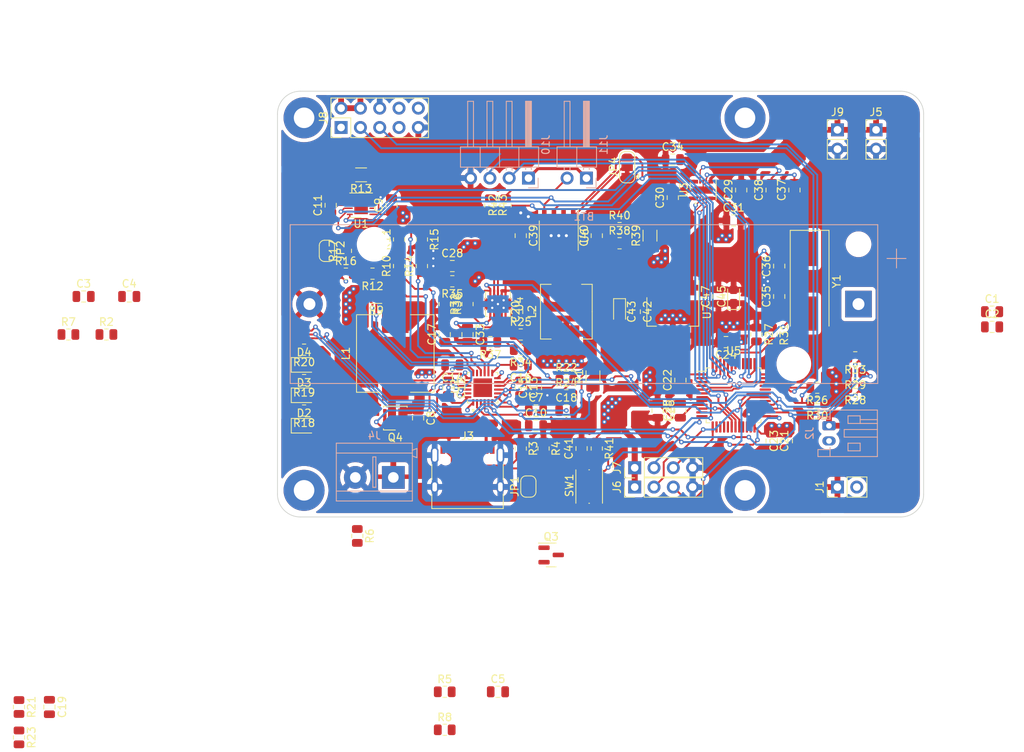
<source format=kicad_pcb>
(kicad_pcb (version 20211014) (generator pcbnew)
  (title_block (title "LiFePO4 Pi UPS") (date "2022-07-20") (rev "v0.0.1") (company "Thomas Aldrian"))
  (layers (0 "F.Cu" signal) (1 "In1.Cu" signal) (2 "In2.Cu" signal) (31 "B.Cu" signal) (34 "B.Paste" user) (35 "F.Paste" user) (36 "B.SilkS" user "B.Silkscreen") (37 "F.SilkS" user "F.Silkscreen") (38 "B.Mask" user) (39 "F.Mask" user) (44 "Edge.Cuts" user))
  (net 0 "")
  (net 1 "BAT")
  (net 2 "BAT-")
  (net 3 "Net-(C3-Pad1)")
  (net 4 "VCC")
  (net 5 "GND")
  (net 6 "Net-(C5-Pad2)")
  (net 7 "Net-(C11-Pad1)")
  (net 8 "Net-(C5-Pad1)")
  (net 9 "Net-(C12-Pad2)")
  (net 10 "VREF")
  (net 11 "Net-(C10-Pad1)")
  (net 12 "PH")
  (net 13 "Net-(C15-Pad2)")
  (net 14 "Net-(C17-Pad1)")
  (net 15 "Net-(C14-Pad1)")
  (net 16 "VFB")
  (net 17 "Net-(C18-Pad1)")
  (net 18 "Net-(C33-Pad1)")
  (net 19 "+5V")
  (net 20 "Net-(C35-Pad1)")
  (net 21 "Net-(C36-Pad2)")
  (net 22 "VCCH")
  (net 23 "5VPI")
  (net 24 "5VPIH")
  (net 25 "SS2")
  (net 26 "SS1")
  (net 27 "+3V3")
  (net 28 "Net-(C40-Pad1)")
  (net 29 "Net-(C40-Pad2)")
  (net 30 "NRST")
  (net 31 "PG")
  (net 32 "Net-(D4-Pad2)")
  (net 33 "STAT1")
  (net 34 "Net-(D2-Pad2)")
  (net 35 "STAT2")
  (net 36 "Net-(D3-Pad2)")
  (net 38 "VBUS")
  (net 39 "Net-(J3-PadA5)")
  (net 43 "Net-(J3-PadB5)")
  (net 47 "Net-(J3-PadS1)")
  (net 49 "SDA2")
  (net 50 "SCL2")
  (net 54 "1TX")
  (net 55 "1RX")
  (net 56 "2TX")
  (net 57 "2RX")
  (net 58 "SWDIO")
  (net 59 "SWCLK")
  (net 60 "Net-(J11-Pad2)")
  (net 61 "Net-(JP2-Pad1)")
  (net 62 "Net-(JP2-Pad2)")
  (net 63 "Net-(JP4-Pad2)")
  (net 64 "SDA1")
  (net 65 "HIDRV")
  (net 66 "LODRV")
  (net 67 "BATDRV")
  (net 68 "Net-(R11-Pad2)")
  (net 69 "Net-(R8-Pad2)")
  (net 70 "Net-(R10-Pad2)")
  (net 71 "THERM")
  (net 72 "5VEN")
  (net 73 "Net-(R32-Pad1)")
  (net 74 "Net-(R34-Pad2)")
  (net 75 "5VPG")
  (net 76 "SCL1")
  (net 77 "BOOT0")
  (net 78 "CE")
  (net 84 "ALRT")
  (net 85 "Net-(L2-Pad2)")
  (net 86 "5VPIHEN")
  (net 87 "VCCHEN")
  (footprint "Resistor_SMD:R_0805_2012Metric" (layer "F.Cu") (at 78 65 -90)
    (fp_text reference "R43")
    (fp_text value "10k")
  )
  (footprint "Resistor_SMD:R_0805_2012Metric" (layer "F.Cu") (at 80 65 90)
    (fp_text reference "R42")
    (fp_text value "??")
  )
  (footprint "Capacitor_SMD:C_0805_2012Metric" (layer "F.Cu") (at 111 63 90)
    (fp_text reference "C29")
    (fp_text value "100n 10%")
  )
  (footprint "Resistor_SMD:R_0805_2012Metric" (layer "F.Cu") (at 72 78 -90)
    (fp_text reference "R36")
    (fp_text value "100k 1%")
  )
  (footprint "Capacitor_SMD:C_0805_2012Metric" (layer "F.Cu") (at 82 89 -90)
    (fp_text reference "C13")
    (fp_text value "1u 10%")
  )
  (footprint "Resistor_SMD:R_0805_2012Metric" (layer "F.Cu") (at 78 83 180)
    (fp_text reference "R37")
    (fp_text value "180R 1%")
  )
  (footprint "Capacitor_Tantalum_SMD:CP_EIA-2012-15_AVX-P" (layer "F.Cu") (at 95 79 -90)
    (fp_text reference "C43")
    (fp_text value "DNP")
  )
  (footprint "Resistor_SMD:R_0805_2012Metric" (layer "F.Cu") (at 85 97 -90)
    (fp_text reference "R4")
    (fp_text value "5k1")
  )
  (footprint "Resistor_SMD:R_0805_2012Metric" (layer "F.Cu") (at 16 131 -90)
    (fp_text reference "R21")
    (fp_text value "100k")
  )
  (footprint "Resistor_SMD:R_0805_2012Metric" (layer "F.Cu") (at 59 74)
    (fp_text reference "R16")
    (fp_text value "22k")
  )
  (footprint "Connector_PinHeader_2.54mm:PinHeader_1x02_P2.54mm_Vertical" (layer "F.Cu") (at 123.66 102.07 90)
    (fp_text reference "J1")
    (fp_text value "VBAT")
  )
  (footprint "Resistor_SMD:R_0805_2012Metric" (layer "F.Cu") (at 121 89 180)
    (fp_text reference "R26")
    (fp_text value "4k7")
  )
  (footprint "Connector_USB:USB_C_Receptacle_HRO_TYPE-C-31-M-12" (layer "F.Cu") (at 75 101)
    (fp_text reference "J3")
    (fp_text value "USB_C_Receptacle_USB2.0")
  )
  (footprint "Capacitor_SMD:C_0805_2012Metric" (layer "F.Cu") (at 30.5 77)
    (fp_text reference "C4")
    (fp_text value "10u 20%")
  )
  (footprint "Capacitor_SMD:C_0805_2012Metric" (layer "F.Cu") (at 65 65 90)
    (fp_text reference "C9")
    (fp_text value "100n 10%")
  )
  (footprint "LED_SMD:LED_0805_2012Metric" (layer "F.Cu") (at 53.5 90)
    (fp_text reference "D3")
    (fp_text value "LED_Small")
  )
  (footprint "Button_Switch_SMD:SW_Push_1P1T_NO_Vertical_Wuerth_434133025816" (layer "F.Cu") (at 91 102 90)
    (fp_text reference "SW1")
    (fp_text value "RST")
  )
  (footprint "Resistor_SMD:R_1206_3216Metric" (layer "F.Cu") (at 99 69 90)
    (fp_text reference "R39")
    (fp_text value "5m 1%")
  )
  (footprint "Capacitor_Tantalum_SMD:CP_EIA-2012-15_AVX-P" (layer "F.Cu") (at 110 77 90)
    (fp_text reference "C45")
    (fp_text value "DNP")
  )
  (footprint "Capacitor_SMD:C_0805_2012Metric" (layer "F.Cu") (at 75 82 -90)
    (fp_text reference "C33")
    (fp_text value "DNP")
  )
  (footprint "MountingHole:MountingHole_2.7mm_M2.5_Pad" (layer "F.Cu") (at 111.5 53.5)
    (fp_text reference "H2" hide)
    (fp_text value "M2.5")
  )
  (footprint "Capacitor_SMD:C_0805_2012Metric" (layer "F.Cu") (at 84 94)
    (fp_text reference "C10")
    (fp_text value "100n 10%")
  )
  (footprint "LED_SMD:LED_0805_2012Metric" (layer "F.Cu") (at 53.5 94)
    (fp_text reference "D2")
    (fp_text value "LED_Small")
  )
  (footprint "Resistor_SMD:R_0805_2012Metric" (layer "F.Cu") (at 62.5 74 180)
    (fp_text reference "R12")
    (fp_text value "100k")
  )
  (footprint "Resistor_SMD:R_0805_2012Metric" (layer "F.Cu") (at 53.5 88 180)
    (fp_text reference "R19")
    (fp_text value "R_Small")
  )
  (footprint "Capacitor_SMD:C_0805_2012Metric" (layer "F.Cu") (at 84 89 90)
    (fp_text reference "C15")
    (fp_text value "100n 10%")
  )
  (footprint "Capacitor_SMD:C_0805_2012Metric" (layer "F.Cu") (at 24.5 77)
    (fp_text reference "C3")
    (fp_text value "OPT 100n 10%")
  )
  (footprint "Resistor_SMD:R_0805_2012Metric" (layer "F.Cu") (at 95 70)
    (fp_text reference "R38")
    (fp_text value "0R")
  )
  (footprint "MountingHole:MountingHole_2.7mm_M2.5_Pad" (layer "F.Cu") (at 53.5 102.5)
    (fp_text reference "H3" hide)
    (fp_text value "M2.5")
  )
  (footprint "Capacitor_SMD:C_0805_2012Metric" (layer "F.Cu") (at 83 79 90)
    (fp_text reference "C20")
    (fp_text value "22u 20%")
  )
  (footprint "Capacitor_SMD:C_0805_2012Metric" (layer "F.Cu") (at 116 73 90)
    (fp_text reference "C36")
    (fp_text value "?? 5%")
  )
  (footprint "Resistor_SMD:R_0805_2012Metric" (layer "F.Cu") (at 95 68)
    (fp_text reference "R40")
    (fp_text value "0R")
  )
  (footprint "Capacitor_SMD:C_0805_2012Metric" (layer "F.Cu") (at 72 82 90)
    (fp_text reference "C17")
    (fp_text value "1u 10%")
  )
  (footprint "Resistor_SMD:R_0805_2012Metric" (layer "F.Cu") (at 66 69.5 90)
    (fp_text reference "R11")
    (fp_text value "100k")
  )
  (footprint "Package_DFN_QFN:TDFN-14-1EP_3x3mm_P0.4mm_EP1.78x2.35mm" (layer "F.Cu") (at 61 65 180)
    (fp_text reference "U1")
    (fp_text value "MAX17260SETD+T")
  )
  (footprint "LED_SMD:LED_0805_2012Metric" (layer "F.Cu") (at 53.5 86)
    (fp_text reference "D4")
    (fp_text value "LED_Small")
  )
  (footprint "Resistor_SMD:R_0805_2012Metric" (layer "F.Cu") (at 126 87 180)
    (fp_text reference "R29")
    (fp_text value "R_Small")
  )
  (footprint "Resistor_SMD:R_0805_2012Metric" (layer "F.Cu") (at 82 97 -90)
    (fp_text reference "R3")
    (fp_text value "5k1")
  )
  (footprint "libraries:QFN50P400X400X100-25N" (layer "F.Cu") (at 77 89 90)
    (fp_text reference "U2")
    (fp_text value "BQ24630RGER")
  )
  (footprint "Jumper:SolderJumper-2_P1.3mm_Bridged_RoundedPad1.0x1.5mm" (layer "F.Cu") (at 56.5 71 -90)
    (fp_text reference "JP2")
    (fp_text value "Cut for 1.5A")
  )
  (footprint "Resistor_SMD:R_0805_2012Metric" (layer "F.Cu") (at 126 85 180)
    (fp_text reference "R33")
    (fp_text value "R_Small")
  )
  (footprint "libraries:V-DFN3020-14" (layer "F.Cu") (at 106 63 90)
    (fp_text reference "U3")
    (fp_text value "AP22966DC8-7")
  )
  (footprint "Connector_PinHeader_2.54mm:PinHeader_1x04_P2.54mm_Vertical" (layer "F.Cu") (at 96.99 102.07 90)
    (fp_text reference "J6")
    (fp_text value "UART1")
  )
  (footprint "Resistor_SMD:R_0805_2012Metric" (layer "F.Cu") (at 88 90)
    (fp_text reference "R24")
    (fp_text value "R_Small")
  )
  (footprint "Capacitor_SMD:C_0805_2012Metric" (layer "F.Cu") (at 82 86 180)
    (fp_text reference "C16")
    (fp_text value "100n 10%")
  )
  (footprint "Resistor_SMD:R_0805_2012Metric" (layer "F.Cu") (at 59 71 90)
    (fp_text reference "R17")
    (fp_text value "18k")
  )
  (footprint "Package_TO_SOT_SMD:SOT-223-3_TabPin2" (layer "F.Cu") (at 102 79 -90)
    (fp_text reference "U7")
    (fp_text value "NCP1117-3.3_SOT223")
  )
  (footprint "Capacitor_SMD:C_0805_2012Metric" (layer "F.Cu") (at 103 92 90)
    (fp_text reference "C25")
    (fp_text value "10n 10%")
  )
  (footprint "Capacitor_SMD:C_0805_2012Metric" (layer "F.Cu") (at 109 83 180)
    (fp_text reference "C24")
    (fp_text value "100n 10%")
  )
  (footprint "Capacitor_SMD:C_0805_2012Metric" (layer "F.Cu") (at 108 77 90)
    (fp_text reference "C47")
    (fp_text value "10u 20%")
  )
  (footprint "Resistor_SMD:R_1206_3216Metric" (layer "F.Cu") (at 91.5 87.5 90)
    (fp_text reference "R1")
    (fp_text value "20m")
  )
  (footprint "Resistor_SMD:R_0805_2012Metric" (layer "F.Cu") (at 27.5 82)
    (fp_text reference "R2")
    (fp_text value "R_Small")
  )
  (footprint "Capacitor_SMD:C_0805_2012Metric" (layer "F.Cu") (at 103 88 90)
    (fp_text reference "C22")
    (fp_text value "100n 10%")
  )
  (footprint "Capacitor_SMD:C_0805_2012Metric" (layer "F.Cu") (at 110 67)
    (fp_text reference "C31")
    (fp_text value "1u 20%")
  )
  (footprint "Capacitor_SMD:C_0805_2012Metric" (layer "F.Cu") (at 88 92)
    (fp_text reference "C18")
    (fp_text value "150n 5% 25V")
  )
  (footprint "Resistor_SMD:R_0805_2012Metric" (layer "F.Cu") (at 66 73 90)
    (fp_text reference "R10")
    (fp_text value "100k")
  )
  (footprint "Capacitor_SMD:C_0805_2012Metric" (layer "F.Cu") (at 144 81)
    (fp_text reference "C2")
    (fp_text value "? 20% 25V")
  )
  (footprint "MountingHole:MountingHole_2.7mm_M2.5_Pad" (layer "F.Cu") (at 53.5 53.5)
    (fp_text reference "H4" hide)
    (fp_text value "M2.5")
  )
  (footprint "Capacitor_SMD:C_0805_2012Metric" (layer "F.Cu") (at 20 131 -90)
    (fp_text reference "C19")
    (fp_text value "? 10%")
  )
  (footprint "Package_QFP:LQFP-48_7x7mm_P0.5mm" (layer "F.Cu") (at 110 90)
    (fp_text reference "U5")
    (fp_text value "STM32F030C8Tx")
  )
  (footprint "Capacitor_SMD:C_0805_2012Metric" (layer "F.Cu") (at 73 73)
    (fp_text reference "C28")
    (fp_text value "??")
  )
  (footprint "Capacitor_SMD:C_0805_2012Metric" (layer "F.Cu") (at 73 86 180)
    (fp_text reference "C14")
    (fp_text value "100n 10%")
  )
  (footprint "Capacitor_SMD:C_0805_2012Metric" (layer "F.Cu") (at 97 79 -90)
    (fp_text reference "C42")
    (fp_text value "10u 20%")
  )
  (footprint "Resistor_SMD:R_0805_2012Metric" (layer "F.Cu") (at 115 82 -90)
    (fp_text reference "R31")
    (fp_text value "4k7")
  )
  (footprint "Capacitor_SMD:C_0805_2012Metric" (layer "F.Cu") (at 82 69 -90)
    (fp_text reference "C39")
    (fp_text value "100n 10%")
  )
  (footprint "Capacitor_SMD:C_0805_2012Metric" (layer "F.Cu") (at 92 69 90)
    (fp_text reference "C40")
    (fp_text value "DNP")
  )
  (footprint "Capacitor_SMD:C_0805_2012Metric" (layer "F.Cu") (at 84 92)
    (fp_text reference "C7")
    (fp_text value "100n 10%")
  )
  (footprint "Capacitor_SMD:C_0805_2012Metric" (layer "F.Cu") (at 115 96 -90)
    (fp_text reference "C21")
    (fp_text value "4u7 10%")
  )
  (footprint "Capacitor_SMD:C_0805_2012Metric" (layer "F.Cu") (at 57 65 90)
    (fp_text reference "C11")
    (fp_text value "470n 10%")
  )
  (footprint "Capacitor_SMD:C_0805_2012Metric" (layer "F.Cu") (at 100 92 -90)
    (fp_text reference "C26")
    (fp_text value "1u 10%")
  )
  (footprint "Resistor_SMD:R_0805_2012Metric" (layer "F.Cu") (at 82 84 180)
    (fp_text reference "R34")
    (fp_text value "8k2 1%")
  )
  (footprint "MountingHole:MountingHole_2.7mm_M2.5_Pad" (layer "F.Cu") (at 111.5 102.5)
    (fp_text reference "H1" hide)
    (fp_text value "M2.5")
  )
  (footprint "Resistor_SMD:R_0805_2012Metric" (layer "F.Cu") (at 82 82)
    (fp_text reference "R25")
    (fp_text value "10k 1%")
  )
  (footprint "Resistor_SMD:R_0805_2012Metric" (layer "F.Cu") (at 72 134)
    (fp_text reference "R8")
    (fp_text value "1k")
  )
  (footprint "Resistor_SMD:R_0805_2012Metric" (layer "F.Cu") (at 88 88)
    (fp_text reference "R22")
    (fp_text value "R_Small")
  )
  (footprint "Capacitor_SMD:C_0805_2012Metric" (layer "F.Cu") (at 102 59)
    (fp_text reference "C34")
    (fp_text value "100n 10%")
  )
  (footprint "libraries:L_1050" (layer "F.Cu") (at 65.5 84.5 90)
    (fp_text reference "L1")
    (fp_text value "15u 20%")
  )
  (footprint "Resistor_SMD:R_1206_3216Metric" (layer "F.Cu") (at 61 61 180)
    (fp_text reference "R13")
    (fp_text value "5m 1%")
  )
  (footprint "Resistor_SMD:R_0805_2012Metric" (layer "F.Cu") (at 60.5 108.5 -90)
    (fp_text reference "R6")
    (fp_text value "10R")
  )
  (footprint "Jumper:SolderJumper-3_P1.3mm_Bridged12_RoundedPad1.0x1.5mm" (layer "F.Cu") (at 96 60 90)
    (fp_text reference "JP4")
    (fp_text value "ADDR")
  )
  (footprint "Resistor_SMD:R_0805_2012Metric" (layer "F.Cu") (at 92 97 -90)
    (fp_text reference "R41")
    (fp_text value "10k")
  )
  (footprint "Connector_PinHeader_2.54mm:PinHeader_1x04_P2.54mm_Vertical" (layer "F.Cu") (at 96.99 99.53 90)
    (fp_text reference "J7")
    (fp_text value "UART2")
  )
  (footprint "libraries:L_7030" (layer "F.Cu") (at 88 79 90)
    (fp_text reference "L2")
    (fp_text value "1u 20%")
  )
  (footprint "Package_SO:SOIC-8_3.9x4.9mm_P1.27mm" (layer "F.Cu") (at 87 69 -90)
    (fp_text reference "U6")
    (fp_text value "INA219AxD")
  )
  (footprint "Capacitor_SMD:C_0805_2012Metric" (layer "F.Cu") (at 116 77 90)
    (fp_text reference "C35")
    (fp_text value "?? 5%")
  )
  (footprint "Capacitor_SMD:C_0805_2012Metric" (layer "F.Cu") (at 102 64 90)
    (fp_text reference "C30")
    (fp_text value "1u 20%")
  )
  (footprint "Capacitor_SMD:C_0805_2012Metric" (layer "F.Cu") (at 68.5 93 -90)
    (fp_text reference "C8")
    (fp_text value "10u 10%")
  )
  (footprint "Connector_PinHeader_2.54mm:PinHeader_2x05_P2.54mm_Vertical" (layer "F.Cu") (at 58.37 54.77 90)
    (fp_text reference "J8")
    (fp_text value "Pogo pins")
  )
  (footprint "Resistor_SMD:R_0805_2012Metric" (layer "F.Cu") (at 73 75 180)
    (fp_text reference "R35")
    (fp_text value "R_Small")
  )
  (footprint "Resistor_SMD:R_1206_3216Metric" (layer "F.Cu") (at 63 77 180)
    (fp_text reference "R9")
    (fp_text value "20m")
  )
  (footprint "Resistor_SMD:R_0805_2012Metric" (layer "F.Cu") (at 69 73 90)
    (fp_text reference "R14")
    (fp_text value "56k")
  )
  (footprint "Capacitor_SMD:C_0805_2012Metric" (layer "F.Cu") (at 90 97 90)
    (fp_text reference "C41")
    (fp_text value "100n 10%")
  )
  (footprint "Resistor_SMD:R_0805_2012Metric" (layer "F.Cu") (at 75 78 90)
    (fp_text reference "R32")
    (fp_text value "402k 1%")
  )
  (footprint "Jumper:SolderJumper-2_P1.3mm_Open_RoundedPad1.0x1.5mm" (layer "F.Cu") (at 83 102 90)
    (fp_text reference "JP1")
    (fp_text value "S_GND")
  )
  (footprint "Resistor_SMD:R_0805_2012Metric" (layer "F.Cu") (at 126 89 180)
    (fp_text reference "R28")
    (fp_text value "R_Small")
  )
  (footprint "Package_TO_SOT_SMD:SOT-23" (layer "F.Cu") (at 86 111)
    (fp_text reference "Q3")
    (fp_text value "BATFET")
  )
  (footprint "Capacitor_SMD:C_0805_2012Metric" (layer "F.Cu") (at 144 79)
    (fp_text reference "C1")
    (fp_text value "? 20% 25V")
  )
  (footprint "Capacitor_SMD:C_0805_2012Metric" (layer "F.Cu") (at 117 96 90)
    (fp_text reference "C23")
    (fp_text value "100n 10%")
  )
  (footprint "Resistor_SMD:R_0805_2012Metric" (layer "F.Cu") (at 72 129)
    (fp_text reference "R5")
    (fp_text value "R_Small")
  )
  (footprint "Crystal:Crystal_SMD_HC49-SD" (layer "F.Cu") (at 120 75 -90)
    (fp_text reference "Y1")
    (fp_text value "Crystal_Small")
  )
  (footprint "Resistor_SMD:R_0805_2012Metric" (layer "F.Cu") (at 53.5 92 180)
    (fp_text reference "R18")
    (fp_text value "R_Small")
  )
  (footprint "Capacitor_SMD:C_0805_2012Metric" (layer "F.Cu") (at 118 63 90)
    (fp_text reference "C37")
    (fp_text value "5% 25V")
  )
  (footprint "Resistor_SMD:R_0805_2012Metric" (layer "F.Cu") (at 22.5 82)
    (fp_text reference "R7")
    (fp_text value "1k")
  )
  (footprint "Resistor_SMD:R_0805_2012Metric" (layer "F.Cu") (at 53.5 84 180)
    (fp_text reference "R20")
    (fp_text value "R_Small")
  )
  (footprint "Capacitor_SMD:C_0805_2012Metric" (layer "F.Cu") (at 72.5 89 -90)
    (fp_text reference "C12")
    (fp_text value "1u 10%")
  )
  (footprint "Capacitor_SMD:C_0805_2012Metric" (layer "F.Cu") (at 79 129)
    (fp_text reference "C5")
    (fp_text value "OPT 100n 10%")
  )
  (footprint "Package_SON:Texas_S-PVSON-N10_ThermalVias" (layer "F.Cu") (at 79 78 -90)
    (fp_text reference "U4")
    (fp_text value "TPS61230DRC")
  )
  (footprint "Capacitor_SMD:C_0805_2012Metric" (layer "F.Cu") (at 115 63 90)
    (fp_text reference "C38")
    (fp_text value "5% 25V")
  )
  (footprint "Resistor_SMD:R_0805_2012Metric" (layer "F.Cu") (at 113 82 -90)
    (fp_text reference "R27")
    (fp_text value "4k7")
  )
  (footprint "Connector_PinHeader_2.54mm:PinHeader_1x02_P2.54mm_Vertical" (layer "F.Cu") (at 128.74 55.08)
    (fp_text reference "J5")
    (fp_text value "VOUT")
  )
  (footprint "libraries:DFN3x3E-8_EP2_S" (layer "F.Cu") (at 65.5 93 180)
    (fp_text reference "Q4")
    (fp_text value "TDM3412")
  )
  (footprint "Resistor_SMD:R_0805_2012Metric" (layer "F.Cu") (at 121 91 180)
    (fp_text reference "R30")
    (fp_text value "4k7")
  )
  (footprint "Connector_PinHeader_2.54mm:PinHeader_1x02_P2.54mm_Vertical" (layer "F.Cu") (at 123.66 55.08)
    (fp_text reference "J9")
    (fp_text value "VCC")
  )
  (footprint "Resistor_SMD:R_0805_2012Metric" (layer "F.Cu") (at 16 135 -90)
    (fp_text reference "R23")
    (fp_text value "100k")
  )
  (footprint "Resistor_SMD:R_0805_2012Metric" (layer "F.Cu") (at 69 69.5 -90)
    (fp_text reference "R15")
    (fp_text value "4k7")
  )
  (footprint "Connector_PinHeader_2.54mm:PinHeader_1x02_P2.54mm_Horizontal" (layer "B.Cu") (at 90.64 61.43 90)
    (fp_text reference "J11")
    (fp_text value "BOOT")
  )
  (footprint "libraries:TerminalBlock_KF301-2P" (layer "B.Cu") (at 62.74 100.8 180)
    (fp_text reference "J4")
    (fp_text value "VIN")
  )
  (footprint "Connector_JST:JST_PH_S2B-PH-K_1x02_P2.00mm_Horizontal" (layer "B.Cu") (at 122.55 94 -90)
    (fp_text reference "J2")
    (fp_text value "VBAT_JST")
  )
  (footprint "libraries:BatteryHolder_Keystone_1043_1x18650" (layer "B.Cu") (at 126.4275 78 180)
    (fp_text reference "BT1")
    (fp_text value "18650")
  )
  (footprint "Connector_PinHeader_2.54mm:PinHeader_1x04_P2.54mm_Horizontal" (layer "B.Cu") (at 83.02 61.43 90)
    (fp_text reference "J10")
    (fp_text value "SWD")
  )
  (gr_arc (start 50 53) (mid 50.87868 50.87868) (end 53 50) (layer "Edge.Cuts") (width 0.1))
  (gr_arc (start 135 103) (mid 134.12132 105.12132) (end 132 106) (layer "Edge.Cuts") (width 0.1))
  (gr_line (start 50 103) (end 50 53) (layer "Edge.Cuts") (width 0.1))
  (gr_line (start 132 106) (end 53 106) (layer "Edge.Cuts") (width 0.1))
  (gr_arc (start 132 50) (mid 134.12132 50.87868) (end 135 53) (layer "Edge.Cuts") (width 0.1))
  (gr_arc (start 53 106) (mid 50.87868 105.12132) (end 50 103) (layer "Edge.Cuts") (width 0.1))
  (gr_line (start 135 53) (end 135 103) (layer "Edge.Cuts") (width 0.1))
  (gr_line (start 53 50) (end 132 50) (layer "Edge.Cuts") (width 0.1))
  (segment (start 62.4875 66.2) (end 63.3 66.2) (width 0.2) (layer "F.Cu") (net 1))
  (segment (start 63.3 64.530025) (end 63.3 66.2) (width 0.2) (layer "F.Cu") (net 1))
  (segment (start 64.75 66.2) (end 65 65.95) (width 0.2) (layer "F.Cu") (net 1))
  (segment (start 62.5 77.9625) (end 62.5 78.4485) (width 0.25) (layer "F.Cu") (net 1))
  (segment (start 62.4875 64.2) (end 62.969975 64.2) (width 0.2) (layer "F.Cu") (net 1))
  (segment (start 79 86.315) (end 78.25 87.065) (width 0.25) (layer "F.Cu") (net 1))
  (segment (start 61.5375 77) (end 62.5 77.9625) (width 0.25) (layer "F.Cu") (net 1))
  (segment (start 63.3 66.2) (end 64.75 66.2) (width 0.2) (layer "F.Cu") (net 1))
  (segment (start 62.969975 64.2) (end 63.3 64.530025) (width 0.2) (layer "F.Cu") (net 1))
  (segment (start 79 86) (end 79 86.315) (width 0.25) (layer "F.Cu") (net 1))
  (segment (start 62.5 78.4485) (end 62.4485 78.5) (width 0.25) (layer "F.Cu") (net 1))
  (segment (start 79 86) (end 81.05 86) (width 0.25) (layer "F.Cu") (net 1))
  (via (at 59 78) (size 0.6) (drill 0.3) (layers "F.Cu" "B.Cu") (net 1))
  (via (at 67 66.5) (size 0.6) (drill 0.3) (layers "F.Cu" "B.Cu") (net 1))
  (via (at 59 77) (size 0.6) (drill 0.3) (layers "F.Cu" "B.Cu") (net 1))
  (via (at 59 79) (size 0.6) (drill 0.3) (layers "F.Cu" "B.Cu") (net 1))
  (via (at 60 76) (size 0.6) (drill 0.3) (layers "F.Cu" "B.Cu") (net 1))
  (via (at 66.5 66) (size 0.6) (drill 0.3) (layers "F.Cu" "B.Cu") (net 1))
  (via (at 59.5 76.5) (size 0.6) (drill 0.3) (layers "F.Cu" "B.Cu") (net 1))
  (via (at 59.5 78.5) (size 0.6) (drill 0.3) (layers "F.Cu" "B.Cu") (net 1))
  (via (at 79 86) (size 0.6) (drill 0.3) (layers "F.Cu" "B.Cu") (net 1))
  (via (at 62.4485 78.5) (size 0.6) (drill 0.3) (layers "F.Cu" "B.Cu") (net 1))
  (via (at 59 80) (size 0.6) (drill 0.3) (layers "F.Cu" "B.Cu") (net 1))
  (via (at 66.5 67) (size 0.6) (drill 0.3) (layers "F.Cu" "B.Cu") (net 1))
  (via (at 59.5 77.5) (size 0.6) (drill 0.3) (layers "F.Cu" "B.Cu") (net 1))
  (segment (start 62.4485 78.5) (end 62.4485 80.981658) (width 0.25) (layer "B.Cu") (net 1))
  (segment (start 67.518842 86.052) (end 78.948 86.052) (width 0.25) (layer "B.Cu") (net 1))
  (segment (start 62.4485 80.981658) (end 67.518842 86.052) (width 0.25) (layer "B.Cu") (net 1))
  (segment (start 78.948 86.052) (end 79 86) (width 0.25) (layer "B.Cu") (net 1))
  (segment (start 59.5125 63.8) (end 59.5125 64.175) (width 0.25) (layer "F.Cu") (net 2))
  (segment (start 60.5 61.9625) (end 60.5 62.8125) (width 0.25) (layer "F.Cu") (net 2))
  (segment (start 65 64.05) (end 64.2625 63.3125) (width 0.25) (layer "F.Cu") (net 2))
  (segment (start 60.5 62.8125) (end 61 63.3125) (width 0.25) (layer "F.Cu") (net 2))
  (segment (start 60.5 62.8125) (end 59.5125 63.8) (width 0.25) (layer "F.Cu") (net 2))
  (segment (start 64.2625 63.3125) (end 61 63.3125) (width 0.25) (layer "F.Cu") (net 2))
  (segment (start 61 63.3125) (end 61 65) (width 0.25) (layer "F.Cu") (net 2))
  (segment (start 59.5375 61) (end 60.5 61.9625) (width 0.25) (layer "F.Cu") (net 2))
  (segment (start 84.5515 92) (end 84 92.5515) (width 0.25) (layer "F.Cu") (net 4))
  (segment (start 91.5 86.0375) (end 90 87.5375) (width 0.25) (layer "F.Cu") (net 4))
  (segment (start 66.505 92.675) (end 66.18 93) (width 0.4) (layer "F.Cu") (net 4))
  (segment (start 75 91.9485) (end 75 91.685) (width 0.25) (layer "F.Cu") (net 4))
  (segment (start 107 64.1) (end 107.6 64.1) (width 0.4) (layer "F.Cu") (net 4))
  (segment (start 66.88 92.675) (end 66.505 92.675) (width 0.4) (layer "F.Cu") (net 4))
  (segment (start 84.95 92) (end 84.5515 92) (width 0.25) (layer "F.Cu") (net 4))
  (segment (start 66.88 92.025) (end 66.88 92.675) (width 0.4) (layer "F.Cu") (net 4))
  (segment (start 75 91.685) (end 75.75 90.935) (width 0.25) (layer "F.Cu") (net 4))
  (segment (start 66.88 93.325) (end 66.88 92.675) (width 0.4) (layer "F.Cu") (net 4))
  (segment (start 90 87.5375) (end 90 89.5) (width 0.25) (layer "F.Cu") (net 4))
  (segment (start 107.6 64.1) (end 108.5 65) (width 0.4) (layer "F.Cu") (net 4))
  (via (at 90 89.5) (size 0.6) (drill 0.3) (layers "F.Cu" "B.Cu") (net 4))
  (via (at 68.5 87.5) (size 0.6) (drill 0.3) (layers "F.Cu" "B.Cu") (net 4))
  (via (at 88.5 86) (size 0.6) (drill 0.3) (layers "F.Cu" "B.Cu") (net 4))
  (via (at 109 69.5) (size 0.6) (drill 0.3) (layers "F.Cu" "B.Cu") (net 4))
  (via (at 86 85.5) (size 0.6) (drill 0.3) (layers "F.Cu" "B.Cu") (net 4))
  (via (at 85.5 86) (size 0.6) (drill 0.3) (layers "F.Cu" "B.Cu") (net 4))
  (via (at 88 85.5) (size 0.6) (drill 0.3) (layers "F.Cu" "B.Cu") (net 4))
  (via (at 90 85.5) (size 0.6) (drill 0.3) (layers "F.Cu" "B.Cu") (net 4))
  (via (at 87 85.5) (size 0.6) (drill 0.3) (layers "F.Cu" "B.Cu") (net 4))
  (via (at 109.5 69) (size 0.6) (drill 0.3) (layers "F.Cu" "B.Cu") (net 4))
  (via (at 69.5 87.5) (size 0.6) (drill 0.3) (layers "F.Cu" "B.Cu") (net 4))
  (via (at 108 69.5) (size 0.6) (drill 0.3) (layers "F.Cu" "B.Cu") (net 4))
  (via (at 108.5 69) (size 0.6) (drill 0.3) (layers "F.Cu" "B.Cu") (net 4))
  (via (at 69 87) (size 0.6) (drill 0.3) (layers "F.Cu" "B.Cu") (net 4))
  (via (at 89 85.5) (size 0.6) (drill 0.3) (layers "F.Cu" "B.Cu") (net 4))
  (via (at 87.5 86) (size 0.6) (drill 0.3) (layers "F.Cu" "B.Cu") (net 4))
  (via (at 75 91.9485) (size 0.6) (drill 0.3) (layers "F.Cu" "B.Cu") (net 4))
  (via (at 89.5 86) (size 0.6) (drill 0.3) (layers "F.Cu" "B.Cu") (net 4))
  (via (at 70.5 87.5) (size 0.6) (drill 0.3) (layers "F.Cu" "B.Cu") (net 4))
  (via (at 84 92.5515) (size 0.6) (drill 0.3) (layers "F.Cu" "B.Cu") (net 4))
  (via (at 86.5 86) (size 0.6) (drill 0.3) (layers "F.Cu" "B.Cu") (net 4))
  (via (at 85 85.5) (size 0.6) (drill 0.3) (layers "F.Cu" "B.Cu") (net 4))
  (via (at 70 87) (size 0.6) (drill 0.3) (layers "F.Cu" "B.Cu") (net 4))
  (segment (start 84 92.5515) (end 88.9485 92.5515) (width 0.25) (layer "B.Cu") (net 4))
  (segment (start 88.9485 92.5515) (end 90 91.5) (width 0.25) (layer "B.Cu") (net 4))
  (segment (start 90 91.5) (end 90 89.5) (width 0.25) (layer "B.Cu") (net 4))
  (segment (start 78.25 96.25) (end 79 95.5) (width 0.4) (layer "F.Cu") (net 5))
  (segment (start 107.36003 87.13997) (end 107.75 86.75) (width 0.25) (layer "F.Cu") (net 5))
  (segment (start 64.12 92.025) (end 64.12 92.675) (width 0.4) (layer "F.Cu") (net 5))
  (segment (start 107.75 86.75) (end 107.75 85.8375) (width 0.25) (layer "F.Cu") (net 5))
  (segment (start 85.45 89.95) (end 85.5 90) (width 0.25) (layer "F.Cu") (net 5))
  (segment (start 104.61 102.07) (end 104.61 99.53) (width 0.8) (layer "F.Cu") (net 5))
  (segment (start 78.25 96.955) (end 78.25 96.25) (width 0.4) (layer "F.Cu") (net 5))
  (segment (start 72.5 88.05) (end 72.5 89) (width 0.25) (layer "F.Cu") (net 5))
  (segment (start 106 61.9) (end 106 63) (width 0.15) (layer "F.Cu") (net 5))
  (segment (start 64.12 92.675) (end 64.12 93.325) (width 0.4) (layer "F.Cu") (net 5))
  (segment (start 106 63) (end 104 63) (width 0.4) (layer "F.Cu") (net 5))
  (segment (start 82 89.95) (end 84 89.95) (width 0.25) (layer "F.Cu") (net 5))
  (segment (start 62.4875 63.8) (end 63.417797 63.8) (width 0.2) (layer "F.Cu") (net 5))
  (segment (start 63.417797 63.8) (end 63.565692 63.947895) (width 0.2) (layer "F.Cu") (net 5))
  (segment (start 112.25 92.75) (end 112.25 94.1625) (width 0.25) (layer "F.Cu") (net 5))
  (segment (start 112 92.5) (end 112.25 92.75) (width 0.25) (layer "F.Cu") (net 5))
  (segment (start 84 89.95) (end 85.45 89.95) (width 0.25) (layer "F.Cu") (net 5))
  (via (at 70.5 71) (size 0.6) (drill 0.3) (layers "F.Cu" "B.Cu") (net 5))
  (via (at 70.5 73) (size 0.6) (drill 0.3) (layers "F.Cu" "B.Cu") (net 5))
  (via (at 72.5 89) (size 0.6) (drill 0.3) (layers "F.Cu" "B.Cu") (net 5))
  (via (at 114 74.5) (size 0.6) (drill 0.3) (layers "F.Cu" "B.Cu") (net 5))
  (via (at 87 69) (size 0.8) (drill 0.4) (layers "F.Cu" "B.Cu") (net 5))
  (via (at 83 66.5) (size 0.8) (drill 0.4) (layers "F.Cu" "B.Cu") (net 5))
  (via (at 114 75.5) (size 0.6) (drill 0.3) (layers "F.Cu" "B.Cu") (net 5))
  (via (at 114.5 75) (size 0.6) (drill 0.3) (layers "F.Cu" "B.Cu") (net 5))
  (via (at 86 69) (size 0.8) (drill 0.4) (layers "F.Cu" "B.Cu") (net 5))
  (via (at 63.565692 63.947895) (size 0.6) (drill 0.3) (layers "F.Cu" "B.Cu") (net 5))
  (via (at 70.5 72) (size 0.6) (drill 0.3) (layers "F.Cu" "B.Cu") (net 5))
  (via (at 82 66) (size 0.8) (drill 0.4) (layers "F.Cu" "B.Cu") (net 5))
  (via (at 107.36003 87.13997) (size 0.6) (drill 0.3) (layers "F.Cu" "B.Cu") (net 5))
  (via (at 112 92.5) (size 0.6) (drill 0.3) (layers "F.Cu" "B.Cu") (net 5))
  (via (at 85.5 90) (size 0.6) (drill 0.3) (layers "F.Cu" "B.Cu") (net 5))
  (via (at 111 83) (size 0.6) (drill 0.3) (layers "F.Cu" "B.Cu") (net 5))
  (via (at 88 69) (size 0.8) (drill 0.4) (layers "F.Cu" "B.Cu") (net 5))
  (segment (start 104.61 99.53) (end 104.61 103.34) (width 0.8) (layer "B.Cu") (net 5))
  (segment (start 59.5125 65) (end 57.95 65) (width 0.2) (layer "F.Cu") (net 7))
  (segment (start 57.95 65) (end 57 65.95) (width 0.2) (layer "F.Cu") (net 7))
  (segment (start 72.5 90.5) (end 72.5 89.95) (width 0.25) (layer "F.Cu") (net 9))
  (segment (start 74.315 91) (end 73 91) (width 0.25) (layer "F.Cu") (net 9))
  (segment (start 73 91) (end 72.5 90.5) (width 0.25) (layer "F.Cu") (net 9))
  (segment (start 75.065 90.25) (end 74.315 91) (width 0.25) (layer "F.Cu") (net 9))
  (segment (start 68.0875 76) (end 70 76) (width 0.25) (layer "F.Cu") (net 10))
  (segment (start 65.048 72.9605) (end 64.0085 74) (width 0.25) (layer "F.Cu") (net 10))
  (segment (start 86.103 88) (end 85.5 87.397) (width 0.25) (layer "F.Cu") (net 10))
  (segment (start 80.500819 88.05) (end 79.800819 88.75) (width 0.25) (layer "F.Cu") (net 10))
  (segment (start 66 73.9125) (end 65.048 72.9605) (width 0.25) (layer "F.Cu") (net 10))
  (segment (start 70.5 76.5) (end 70 76) (width 0.25) (layer "F.Cu") (net 10))
  (segment (start 65.048 71.3645) (end 66 70.4125) (width 0.25) (layer "F.Cu") (net 10))
  (segment (start 64.0085 74) (end 63.4125 74) (width 0.25) (layer "F.Cu") (net 10))
  (segment (start 86.0875 89) (end 87.0875 88) (width 0.25) (layer "F.Cu") (net 10))
  (segment (start 82.95 89) (end 86.0875 89) (width 0.25) (layer "F.Cu") (net 10))
  (segment (start 82 88.05) (end 82.95 89) (width 0.25) (layer "F.Cu") (net 10))
  (segment (start 87.0875 88) (end 86.103 88) (width 0.25) (layer "F.Cu") (net 10))
  (segment (start 82 88.05) (end 80.500819 88.05) (width 0.25) (layer "F.Cu") (net 10))
  (segment (start 65.048 71.3645) (end 65.048 72.9605) (width 0.25) (layer "F.Cu") (net 10))
  (segment (start 66 73.9125) (end 68.0875 76) (width 0.25) (layer "F.Cu") (net 10))
  (segment (start 79.800819 88.75) (end 78.935 88.75) (width 0.25) (layer "F.Cu") (net 10))
  (via (at 85.5 87.397) (size 0.6) (drill 0.3) (layers "F.Cu" "B.Cu") (net 10))
  (via (at 70.5 76.5) (size 0.6) (drill 0.3) (layers "F.Cu" "B.Cu") (net 10))
  (segment (start 72 83) (end 70.5 81.5) (width 0.25) (layer "B.Cu") (net 10))
  (segment (start 82.016579 83.983421) (end 81.033158 83) (width 0.25) (layer "B.Cu") (net 10))
  (segment (start 85.430158 87.397) (end 82.016579 83.983421) (width 0.25) (layer "B.Cu") (net 10))
  (segment (start 70.5 81.5) (end 70.5 78) (width 0.25) (layer "B.Cu") (net 10))
  (segment (start 85.5 87.397) (end 85.430158 87.397) (width 0.25) (layer "B.Cu") (net 10))
  (segment (start 81.033158 83) (end 80.5 83) (width 0.25) (layer "B.Cu") (net 10))
  (segment (start 80.5 83) (end 72 83) (width 0.25) (layer "B.Cu") (net 10))
  (segment (start 70.5 78) (end 70.5 76.5) (width 0.25) (layer "B.Cu") (net 10))
  (segment (start 82 92.5515) (end 82.4985 92.5515) (width 0.25) (layer "F.Cu") (net 11))
  (segment (start 77.208163 92.552) (end 76.25 91.593837) (width 0.25) (layer "F.Cu") (net 11))
  (segment (start 91.5 88.9625) (end 91.5 89.5) (width 0.25) (layer "F.Cu") (net 11))
  (segment (start 82 92.5515) (end 81.9995 92.552) (width 0.25) (layer "F.Cu") (net 11))
  (segment (start 82.4985 92.5515) (end 83.05 92) (width 0.25) (layer "F.Cu") (net 11))
  (segment (start 91.5 89.5) (end 91 90) (width 0.25) (layer "F.Cu") (net 11))
  (segment (start 76.25 91.593837) (end 76.25 90.935) (width 0.25) (layer "F.Cu") (net 11))
  (segment (start 81.9995 92.552) (end 77.208163 92.552) (width 0.25) (layer "F.Cu") (net 11))
  (segment (start 83.05 94) (end 83.05 93.6015) (width 0.25) (layer "F.Cu") (net 11))
  (segment (start 83.05 93.6015) (end 82 92.5515) (width 0.25) (layer "F.Cu") (net 11))
  (via (at 91 90) (size 0.6) (drill 0.3) (layers "F.Cu" "B.Cu") (net 11))
  (via (at 82 92.5515) (size 0.6) (drill 0.3) (layers "F.Cu" "B.Cu") (net 11))
  (segment (start 91 90) (end 91 92.5) (width 0.25) (layer "B.Cu") (net 11))
  (segment (start 82.552 93.1035) (end 82 92.5515) (width 0.25) (layer "B.Cu") (net 11))
  (segment (start 91 92.5) (end 90.3965 93.1035) (width 0.25) (layer "B.Cu") (net 11))
  (segment (start 90.3965 93.1035) (end 82.552 93.1035) (width 0.25) (layer "B.Cu") (net 11))
  (segment (start 72.05 86.730646) (end 72.05 86) (width 0.25) (layer "F.Cu") (net 12))
  (segment (start 74.648363 88.25) (end 75.065 88.25) (width 0.25) (layer "F.Cu") (net 12))
  (segment (start 66.398 88.052) (end 70.728646 88.052) (width 0.25) (layer "F.Cu") (net 12))
  (segment (start 74.155 87.155) (end 74.155 87.756637) (width 0.25) (layer "F.Cu") (net 12))
  (segment (start 70.728646 88.052) (end 71.625646 87.155) (width 0.25) (layer "F.Cu") (net 12))
  (segment (start 65.07 93) (end 65.07 89.38) (width 1) (layer "F.Cu") (net 12))
  (segment (start 65.5 88.95) (end 66.398 88.052) (width 0.25) (layer "F.Cu") (net 12))
  (segment (start 74.155 87.756637) (end 74.648363 88.25) (width 0.25) (layer "F.Cu") (net 12))
  (segment (start 71.625646 87.155) (end 72.05 86.730646) (width 0.25) (layer "F.Cu") (net 12))
  (segment (start 71.625646 87.155) (end 74.155 87.155) (width 0.25) (layer "F.Cu") (net 12))
  (segment (start 65.07 89.38) (end 65.5 88.95) (width 1) (layer "F.Cu") (net 12))
  (segment (start 82.95 86) (end 82.95 87) (width 0.25) (layer "F.Cu") (net 13))
  (segment (start 64.4625 77) (end 64 77) (width 0.25) (layer "F.Cu") (net 13))
  (segment (start 82.95 87) (end 84 88.05) (width 0.25) (layer "F.Cu") (net 13))
  (segment (start 77.75 85.75) (end 77.75 87.065) (width 0.25) (layer "F.Cu") (net 13))
  (segment (start 78.5 85) (end 77.75 85.75) (width 0.25) (layer "F.Cu") (net 13))
  (segment (start 63 78) (end 63 79.5) (width 0.25) (layer "F.Cu") (net 13))
  (segment (start 82 86) (end 82.95 86) (width 0.25) (layer "F.Cu") (net 13))
  (segment (start 64 77) (end 63 78) (width 0.25) (layer "F.Cu") (net 13))
  (via (at 82 86) (size 0.6) (drill 0.3) (layers "F.Cu" "B.Cu") (net 13))
  (via (at 63 79.5) (size 0.6) (drill 0.3) (layers "F.Cu" "B.Cu") (net 13))
  (via (at 78.5 85) (size 0.6) (drill 0.3) (layers "F.Cu" "B.Cu") (net 13))
  (segment (start 78.5 85) (end 81 85) (width 0.25) (layer "B.Cu") (net 13))
  (segment (start 78.5 85) (end 77.825 85.675) (width 0.25) (layer "B.Cu") (net 13))
  (segment (start 81 85) (end 82 86) (width 0.25) (layer "B.Cu") (net 13))
  (segment (start 63 81) (end 63 79.5) (width 0.25) (layer "B.Cu") (net 13))
  (segment (start 77.825 85.675) (end 67.675 85.675) (width 0.25) (layer "B.Cu") (net 13))
  (segment (start 67.675 85.675) (end 63 81) (width 0.25) (layer "B.Cu") (net 13))
  (segment (start 75.75 87.065) (end 75.75 86.75) (width 0.25) (layer "F.Cu") (net 14))
  (segment (start 75.75 86.75) (end 75 86) (width 0.25) (layer "F.Cu") (net 14))
  (segment (start 72.45 82.95) (end 72 82.95) (width 0.25) (layer "F.Cu") (net 14))
  (segment (start 75 85.5) (end 72.45 82.95) (width 0.25) (layer "F.Cu") (net 14))
  (segment (start 75 86) (end 75 85.5) (width 0.25) (layer "F.Cu") (net 14))
  (segment (start 74.122146 89.375154) (end 74.2473 89.25) (width 0.25) (layer "F.Cu") (net 15))
  (segment (start 73.6035 86) (end 73 86.6035) (width 0.25) (layer "F.Cu") (net 15))
  (segment (start 74.2473 89.25) (end 75.065 89.25) (width 0.25) (layer "F.Cu") (net 15))
  (segment (start 73.95 86) (end 73.6035 86) (width 0.25) (layer "F.Cu") (net 15))
  (via (at 73 86.6035) (size 0.6) (drill 0.3) (layers "F.Cu" "B.Cu") (net 15))
  (via (at 74.122146 89.375154) (size 0.6) (drill 0.3) (layers "F.Cu" "B.Cu") (net 15))
  (segment (start 74.124846 89.375154) (end 75.5 88) (width 0.25) (layer "B.Cu") (net 15))
  (segment (start 75.5 86.929) (end 75 86.429) (width 0.25) (layer "B.Cu") (net 15))
  (segment (start 75 86.429) (end 73.1745 86.429) (width 0.25) (layer "B.Cu") (net 15))
  (segment (start 75.5 88) (end 75.5 86.929) (width 0.25) (layer "B.Cu") (net 15))
  (segment (start 73.1745 86.429) (end 73 86.6035) (width 0.25) (layer "B.Cu") (net 15))
  (segment (start 74.122146 89.375154) (end 74.124846 89.375154) (width 0.25) (layer "B.Cu") (net 15))
  (segment (start 79.5 87.185) (end 78.935 87.75) (width 0.25) (layer "F.Cu") (net 16))
  (segment (start 79.5 87) (end 79.5 87.185) (width 0.25) (layer "F.Cu") (net 16))
  (via (at 79.5 87) (size 0.6) (drill 0.3) (layers "F.Cu" "B.Cu") (net 16))
  (segment (start 79.6335 90.9485) (end 80.5 90.9485) (width 0.25) (layer "F.Cu") (net 17))
  (segment (start 78.935 90.25) (end 79.6335 90.9485) (width 0.25) (layer "F.Cu") (net 17))
  (segment (start 88 92) (end 87.05 92) (width 0.25) (layer "F.Cu") (net 17))
  (via (at 88 92) (size 0.6) (drill 0.3) (layers "F.Cu" "B.Cu") (net 17))
  (via (at 80.5 90.9485) (size 0.6) (drill 0.3) (layers "F.Cu" "B.Cu") (net 17))
  (segment (start 81.5515 92) (end 88 92) (width 0.25) (layer "B.Cu") (net 17))
  (segment (start 80.5 90.9485) (end 81.5515 92) (width 0.25) (layer "B.Cu") (net 17))
  (segment (start 78 80) (end 78 79.76) (width 0.25) (layer "F.Cu") (net 18))
  (segment (start 77.5 80.5) (end 78 80) (width 0.25) (layer "F.Cu") (net 18))
  (segment (start 74.05 81.05) (end 75 81.05) (width 0.25) (layer "F.Cu") (net 18))
  (segment (start 73.5 80.5) (end 74.05 81.05) (width 0.25) (layer "F.Cu") (net 18))
  (via (at 73.5 80.5) (size 0.6) (drill 0.3) (layers "F.Cu" "B.Cu") (net 18))
  (via (at 77.5 80.5) (size 0.6) (drill 0.3) (layers "F.Cu" "B.Cu") (net 18))
  (segment (start 77.5 80.5) (end 73.5 80.5) (width 0.25) (layer "B.Cu") (net 18))
  (segment (start 98.5375 70) (end 99 70.4625) (width 0.25) (layer "F.Cu") (net 19))
  (segment (start 78.5 76.24) (end 78.5 72.5) (width 0.25) (layer "F.Cu") (net 19))
  (segment (start 83.57 69.95) (end 82 69.95) (width 0.25) (layer "F.Cu") (net 19))
  (segment (start 95.9125 70) (end 98.5375 70) (width 0.25) (layer "F.Cu") (net 19))
  (segment (start 79 76.24) (end 79 72.5) (width 0.25) (layer "F.Cu") (net 19))
  (segment (start 85.095 71.475) (end 83.57 69.95) (width 0.25) (layer "F.Cu") (net 19))
  (via (at 76 70) (size 0.6) (drill 0.3) (layers "F.Cu" "B.Cu") (net 19))
  (via (at 101 72) (size 0.6) (drill 0.3) (layers "F.Cu" "B.Cu") (net 19))
  (via (at 100.5 72.5) (size 0.6) (drill 0.3) (layers "F.Cu" "B.Cu") (net 19))
  (via (at 76.5 74.5) (size 0.6) (drill 0.3) (layers "F.Cu" "B.Cu") (net 19))
  (via (at 75 70) (size 0.6) (drill 0.3) (layers "F.Cu" "B.Cu") (net 19))
  (via (at 74.5 70.5) (size 0.6) (drill 0.3) (layers "F.Cu" "B.Cu") (net 19))
  (via (at 101 71) (size 0.6) (drill 0.3) (layers "F.Cu" "B.Cu") (net 19))
  (via (at 100 72) (size 0.6) (drill 0.3) (layers "F.Cu" "B.Cu") (net 19))
  (via (at 76 75) (size 0.6) (drill 0.3) (layers "F.Cu" "B.Cu") (net 19))
  (via (at 99.5 72.5) (size 0.6) (drill 0.3) (layers "F.Cu" "B.Cu") (net 19))
  (segment (start 117.95 77.95) (end 116 77.95) (width 0.25) (layer "F.Cu") (net 20))
  (segment (start 106.787448 89) (end 106.537448 89.25) (width 0.25) (layer "F.Cu") (net 20))
  (segment (start 118.7 77.95) (end 117.95 77.95) (width 0.25) (layer "F.Cu") (net 20))
  (segment (start 110.054909 88.569242) (end 109.624151 89) (width 0.25) (layer "F.Cu") (net 20))
  (segment (start 117.95 79.55) (end 117.95 77.95) (width 0.25) (layer "F.Cu") (net 20))
  (segment (start 106.537448 89.25) (end 105.8375 89.25) (width 0.25) (layer "F.Cu") (net 20))
  (segment (start 109.624151 89) (end 106.787448 89) (width 0.25) (layer "F.Cu") (net 20))
  (segment (start 120 79.25) (end 118.7 77.95) (width 0.25) (layer "F.Cu") (net 20))
  (segment (start 116.5 81) (end 117.95 79.55) (width 0.25) (layer "F.Cu") (net 20))
  (via (at 110.054909 88.569242) (size 0.6) (drill 0.3) (layers "F.Cu" "B.Cu") (net 20))
  (via (at 116.5 81) (size 0.6) (drill 0.3) (layers "F.Cu" "B.Cu") (net 20))
  (segment (start 116 81) (end 116.5 81) (width 0.25) (layer "B.Cu") (net 20))
  (segment (start 111.001423 89.009565) (end 111.176423 88.834565) (width 0.25) (layer "B.Cu") (net 20))
  (segment (start 112.698593 88.834565) (end 113.5 88.033158) (width 0.25) (layer "B.Cu") (net 20))
  (segment (start 110.495232 89.009565) (end 111.001423 89.009565) (width 0.25) (layer "B.Cu") (net 20))
  (segment (start 113.5 88.033158) (end 113.5 83.5) (width 0.25) (layer "B.Cu") (net 20))
  (segment (start 110.054909 88.569242) (end 110.495232 89.009565) (width 0.25) (layer "B.Cu") (net 20))
  (segment (start 113.5 83.5) (end 116 81) (width 0.25) (layer "B.Cu") (net 20))
  (segment (start 111.176423 88.834565) (end 112.698593 88.834565) (width 0.25) (layer "B.Cu") (net 20))
  (segment (start 120 70.75) (end 118.7 72.05) (width 0.25) (layer "F.Cu") (net 21))
  (segment (start 110.772777 89.007869) (end 110.659404 89.121242) (width 0.25) (layer "F.Cu") (net 21))
  (segment (start 109.780309 89.377) (end 106.943606 89.377) (width 0.25) (layer "F.Cu") (net 21))
  (segment (start 110.659404 89.121242) (end 110.036067 89.121242) (width 0.25) (layer "F.Cu") (net 21))
  (segment (start 115.05 72.05) (end 116 72.05) (width 0.25) (layer "F.Cu") (net 21))
  (segment (start 110.036067 89.121242) (end 109.780309 89.377) (width 0.25) (layer "F.Cu") (net 21))
  (segment (start 110.772777 88.457565) (end 110.772777 89.007869) (width 0.25) (layer "F.Cu") (net 21))
  (segment (start 106.943606 89.377) (end 106.570606 89.75) (width 0.25) (layer "F.Cu") (net 21))
  (segment (start 106.570606 89.75) (end 105.8375 89.75) (width 0.25) (layer "F.Cu") (net 21))
  (segment (start 114 71) (end 115.05 72.05) (width 0.25) (layer "F.Cu") (net 21))
  (segment (start 118.7 72.05) (end 116 72.05) (width 0.25) (layer "F.Cu") (net 21))
  (via (at 114 71) (size 0.6) (drill 0.3) (layers "F.Cu" "B.Cu") (net 21))
  (via (at 110.772777 88.457565) (size 0.6) (drill 0.3) (layers "F.Cu" "B.Cu") (net 21))
  (segment (start 113 72) (end 114 71) (width 0.25) (layer "B.Cu") (net 21))
  (segment (start 110.772777 88.457565) (end 112.542435 88.457565) (width 0.25) (layer "B.Cu") (net 21))
  (segment (start 112.542435 88.457565) (end 113 88) (width 0.25) (layer "B.Cu") (net 21))
  (segment (start 113 88) (end 113 72) (width 0.25) (layer "B.Cu") (net 21))
  (segment (start 107 61.9) (end 107 61.5) (width 0.4) (layer "F.Cu") (net 22))
  (segment (start 107 61.5) (end 107.5 61) (width 0.4) (layer "F.Cu") (net 22))
  (segment (start 104.709936 66) (end 104 66) (width 0.15) (layer "F.Cu") (net 23))
  (segment (start 98.5375 68) (end 99 67.5375) (width 0.25) (layer "F.Cu") (net 23))
  (segment (start 105 64.1) (end 104.4 64.1) (width 0.4) (layer "F.Cu") (net 23))
  (segment (start 106 64.709936) (end 104.709936 66) (width 0.15) (layer "F.Cu") (net 23))
  (segment (start 104.4 64.1) (end 104 64.5) (width 0.4) (layer "F.Cu") (net 23))
  (segment (start 106 64.1) (end 106 64.709936) (width 0.15) (layer "F.Cu") (net 23))
  (segment (start 95.9125 68) (end 98.5375 68) (width 0.25) (layer "F.Cu") (net 23))
  (segment (start 106.5 61) (end 106.5 61.375) (width 0.15) (layer "F.Cu") (net 25))
  (segment (start 106.5 61.375) (end 106.4 61.475) (width 0.15) (layer "F.Cu") (net 25))
  (segment (start 118 61) (end 118 62.05) (width 0.25) (layer "F.Cu") (net 25))
  (segment (start 106.4 61.475) (end 106.4 61.9) (width 0.15) (layer "F.Cu") (net 25))
  (via (at 118 61) (size 0.6) (drill 0.3) (layers "F.Cu" "B.Cu") (net 25))
  (via (at 106.5 61) (size 0.6) (drill 0.3) (layers "F.Cu" "B.Cu") (net 25))
  (segment (start 118 61) (end 106.5 61) (width 0.25) (layer "B.Cu") (net 25))
  (segment (start 105.6 60.4) (end 105.6 61.9) (width 0.15) (layer "F.Cu") (net 26))
  (segment (start 115 61.4485) (end 115 62.05) (width 0.25) (layer "F.Cu") (net 26))
  (segment (start 116 60.4485) (end 115 61.4485) (width 0.25) (layer "F.Cu") (net 26))
  (segment (start 106 60) (end 105.6 60.4) (width 0.15) (layer "F.Cu") (net 26))
  (via (at 106 60) (size 0.6) (drill 0.3) (layers "F.Cu" "B.Cu") (net 26))
  (via (at 116 60.4485) (size 0.6) (drill 0.3) (layers "F.Cu" "B.Cu") (net 26))
  (segment (start 115.5515 60) (end 116 60.4485) (width 0.25) (layer "B.Cu") (net 26))
  (segment (start 106 60) (end 115.5515 60) (width 0.25) (layer "B.Cu") (net 26))
  (segment (start 112.75 94.1625) (end 113.6375 95.05) (width 0.25) (layer "F.Cu") (net 27))
  (segment (start 92 95.5) (end 93 94.5) (width 0.25) (layer "F.Cu") (net 27))
  (segment (start 84.27 60.18) (end 83.02 61.43) (width 0.4) (layer "F.Cu") (net 27))
  (segment (start 89.39 60.18) (end 84.27 60.18) (width 0.4) (layer "F.Cu") (net 27))
  (segment (start 113.6375 95.05) (end 115 95.05) (width 0.25) (layer "F.Cu") (net 27))
  (segment (start 90.64 61.43) (end 89.39 60.18) (width 0.4) (layer "F.Cu") (net 27))
  (segment (start 101.9 92.95) (end 100 91.05) (width 0.25) (layer "F.Cu") (net 27))
  (segment (start 105.8375 87.25) (end 103.2 87.25) (width 0.25) (layer "F.Cu") (net 27))
  (segment (start 92 96.0875) (end 92 95.5) (width 0.25) (layer "F.Cu") (net 27))
  (segment (start 96.99 102.07) (end 96.99 99.53) (width 0.8) (layer "F.Cu") (net 27))
  (segment (start 107.25 85.8375) (end 107.25 83.8) (width 0.25) (layer "F.Cu") (net 27))
  (segment (start 103.2 87.25) (end 103 87.05) (width 0.25) (layer "F.Cu") (net 27))
  (segment (start 103 92.95) (end 104.7 91.25) (width 0.25) (layer "F.Cu") (net 27))
  (segment (start 95.5 94.5) (end 96.99 95.99) (width 0.8) (layer "F.Cu") (net 27))
  (segment (start 103 92.95) (end 101.9 92.95) (width 0.25) (layer "F.Cu") (net 27))
  (segment (start 104.7 91.25) (end 105.8375 91.25) (width 0.25) (layer "F.Cu") (net 27))
  (segment (start 96.99 95.99) (end 96.99 99.53) (width 0.8) (layer "F.Cu") (net 27))
  (segment (start 107.25 83.8) (end 108.05 83) (width 0.25) (layer "F.Cu") (net 27))
  (via (at 110.5 80.5) (size 0.6) (drill 0.3) (layers "F.Cu" "B.Cu") (net 27))
  (via (at 99 87) (size 0.6) (drill 0.3) (layers "F.Cu" "B.Cu") (net 27))
  (via (at 117 94) (size 0.6) (drill 0.3) (layers "F.Cu" "B.Cu") (net 27))
  (via (at 94 91.5) (size 0.6) (drill 0.3) (layers "F.Cu" "B.Cu") (net 27))
  (via (at 93 91.5) (size 0.6) (drill 0.3) (layers "F.Cu" "B.Cu") (net 27))
  (via (at 93.5 93) (size 0.6) (drill 0.3) (layers "F.Cu" "B.Cu") (net 27))
  (via (at 99 89) (size 0.6) (drill 0.3) (layers "F.Cu" "B.Cu") (net 27))
  (via (at 109 81) (size 0.6) (drill 0.3) (layers "F.Cu" "B.Cu") (net 27))
  (via (at 109.5 80.5) (size 0.6) (drill 0.3) (layers "F.Cu" "B.Cu") (net 27))
  (via (at 123.5 88.5) (size 0.6) (drill 0.3) (layers "F.Cu" "B.Cu") (net 27))
  (via (at 102.5 80) (size 0.6) (drill 0.3) (layers "F.Cu" "B.Cu") (net 27))
  (via (at 115 94) (size 0.6) (drill 0.3) (layers "F.Cu" "B.Cu") (net 27))
  (via (at 123.5 89.5) (size 0.6) (drill 0.3) (layers "F.Cu" "B.Cu") (net 27))
  (via (at 123.5 87.5) (size 0.6) (drill 0.3) (layers "F.Cu" "B.Cu") (net 27))
  (via (at 123 87) (size 0.6) (drill 0.3) (layers "F.Cu" "B.Cu") (net 27))
  (via (at 102 79.5) (size 0.6) (drill 0.3) (layers "F.Cu" "B.Cu") (net 27))
  (via (at 93.5 92) (size 0.6) (drill 0.3) (layers "F.Cu" "B.Cu") (net 27))
  (via (at 99 88) (size 0.6) (drill 0.3) (layers "F.Cu" "B.Cu") (net 27))
  (via (at 116 94) (size 0.6) (drill 0.3) (layers "F.Cu" "B.Cu") (net 27))
  (via (at 94.5 91) (size 0.6) (drill 0.3) (layers "F.Cu" "B.Cu") (net 27))
  (via (at 95 90.5) (size 0.6) (drill 0.3) (layers "F.Cu" "B.Cu") (net 27))
  (via (at 94 90.5) (size 0.6) (drill 0.3) (layers "F.Cu" "B.Cu") (net 27))
  (via (at 93 92.5) (size 0.6) (drill 0.3) (layers "F.Cu" "B.Cu") (net 27))
  (via (at 98.5 88.5) (size 0.6) (drill 0.3) (layers "F.Cu" "B.Cu") (net 27))
  (via (at 101.5 80) (size 0.6) (drill 0.3) (layers "F.Cu" "B.Cu") (net 27))
  (via (at 110 81) (size 0.6) (drill 0.3) (layers "F.Cu" "B.Cu") (net 27))
  (via (at 93.5 91) (size 0.6) (drill 0.3) (layers "F.Cu" "B.Cu") (net 27))
  (via (at 101 79.5) (size 0.6) (drill 0.3) (layers "F.Cu" "B.Cu") (net 27))
  (via (at 98.5 87.5) (size 0.6) (drill 0.3) (layers "F.Cu" "B.Cu") (net 27))
  (via (at 100.5 80) (size 0.6) (drill 0.3) (layers "F.Cu" "B.Cu") (net 27))
  (via (at 103.5 80) (size 0.6) (drill 0.3) (layers "F.Cu" "B.Cu") (net 27))
  (via (at 93 93.5) (size 0.6) (drill 0.3) (layers "F.Cu" "B.Cu") (net 27))
  (via (at 108.5 80.5) (size 0.6) (drill 0.3) (layers "F.Cu" "B.Cu") (net 27))
  (via (at 103 79.5) (size 0.6) (drill 0.3) (layers "F.Cu" "B.Cu") (net 27))
  (segment (start 90.43 69.95) (end 88.905 71.475) (width 0.25) (layer "F.Cu") (net 28))
  (segment (start 94.0375 69.95) (end 94.0875 70) (width 0.25) (layer "F.Cu") (net 28))
  (segment (start 92 69.95) (end 90.43 69.95) (width 0.25) (layer "F.Cu") (net 28))
  (segment (start 92 69.95) (end 94.0375 69.95) (width 0.25) (layer "F.Cu") (net 28))
  (segment (start 90.786486 68.05) (end 92 68.05) (width 0.25) (layer "F.Cu") (net 29))
  (segment (start 87.635 71.475) (end 87.635 71.201486) (width 0.25) (layer "F.Cu") (net 29))
  (segment (start 87.635 71.201486) (end 90.786486 68.05) (width 0.25) (layer "F.Cu") (net 29))
  (segment (start 92 68.05) (end 94.0375 68.05) (width 0.25) (layer "F.Cu") (net 29))
  (segment (start 94.0375 68.05) (end 94.0875 68) (width 0.25) (layer "F.Cu") (net 29))
  (segment (start 92.075 99.95) (end 93.05 99.95) (width 0.25) (layer "F.Cu") (net 30))
  (segment (start 93.5 99.5) (end 93.5 98.45625) (width 0.25) (layer "F.Cu") (net 30))
  (segment (start 107 90.712552) (end 106.537448 90.25) (width 0.25) (layer "F.Cu") (net 30))
  (segment (start 92.075 104.075) (end 92.075 99.95) (width 0.25) (layer "F.Cu") (net 30))
  (segment (start 93.5 98.45625) (end 92.95625 97.9125) (width 0.25) (layer "F.Cu") (net 30))
  (segment (start 93.05 99.95) (end 93.5 99.5) (width 0.25) (layer "F.Cu") (net 30))
  (segment (start 106.537448 90.25) (end 105.8375 90.25) (width 0.25) (layer "F.Cu") (net 30))
  (segment (start 92.95625 97.9125) (end 92 97.9125) (width 0.25) (layer "F.Cu") (net 30))
  (segment (start 92 97.9125) (end 90.0375 97.9125) (width 0.25) (layer "F.Cu") (net 30))
  (segment (start 90.0375 97.9125) (end 90 97.95) (width 0.25) (layer "F.Cu") (net 30))
  (segment (start 107 93) (end 107 90.712552) (width 0.25) (layer "F.Cu") (net 30))
  (via (at 93.5 99.5) (size 0.6) (drill 0.3) (layers "F.Cu" "B.Cu") (net 30))
  (via (at 107 93) (size 0.6) (drill 0.3) (layers "F.Cu" "B.Cu") (net 30))
  (segment (start 95.5 97.5) (end 93.5 99.5) (width 0.25) (layer "B.Cu") (net 30))
  (segment (start 107 93) (end 104.5 93) (width 0.25) (layer "B.Cu") (net 30))
  (segment (start 104.5 93) (end 100 97.5) (width 0.25) (layer "B.Cu") (net 30))
  (segment (start 100 97.5) (end 95.5 97.5) (width 0.25) (layer "B.Cu") (net 30))
  (segment (start 52.433683 81.5) (end 54.5 81.5) (width 0.25) (layer "F.Cu") (net 31))
  (segment (start 52.5625 94) (end 51.069 92.5065) (width 0.25) (layer "F.Cu") (net 31))
  (segment (start 51.069 82.864683) (end 52.433683 81.5) (width 0.25) (layer "F.Cu") (net 31))
  (segment (start 79.926401 90) (end 79.676401 89.75) (width 0.25) (layer "F.Cu") (net 31))
  (segment (start 55 81) (end 54.5 81.5) (width 0.25) (layer "F.Cu") (net 31))
  (segment (start 80.568334 89.189453) (end 80.568334 89.931666) (width 0.25) (layer "F.Cu") (net 31))
  (segment (start 80.568334 89.931666) (end 80.5 90) (width 0.25) (layer "F.Cu") (net 31))
  (segment (start 94.4485 87.5) (end 94 87.9485) (width 0.25) (layer "F.Cu") (net 31))
  (segment (start 51.069 92.5065) (end 51.069 82.864683) (width 0.25) (layer "F.Cu") (net 31))
  (segment (start 80.5 90) (end 79.926401 90) (width 0.25) (layer "F.Cu") (net 31))
  (segment (start 115.25 91.25) (end 114.1625 91.25) (width 0.25) (layer "F.Cu") (net 31))
  (segment (start 116 90.5) (end 115.25 91.25) (width 0.25) (layer "F.Cu") (net 31))
  (segment (start 126 85.9125) (end 126.9125 85) (width 0.25) (layer "F.Cu") (net 31))
  (segment (start 126 86) (end 126 85.9125) (width 0.25) (layer "F.Cu") (net 31))
  (segment (start 96.5 87.5) (end 94.4485 87.5) (width 0.25) (layer "F.Cu") (net 31))
  (segment (start 79.676401 89.75) (end 78.935 89.75) (width 0.25) (layer "F.Cu") (net 31))
  (segment (start 81 88.757787) (end 80.568334 89.189453) (width 0.25) (layer "F.Cu") (net 31))
  (via (at 116 90.5) (size 0.6) (drill 0.3) (layers "F.Cu" "B.Cu") (net 31))
  (via (at 81 88.757787) (size 0.6) (drill 0.3) (layers "F.Cu" "B.Cu") (net 31))
  (via (at 126 86) (size 0.6) (drill 0.3) (layers "F.Cu" "B.Cu") (net 31))
  (via (at 55 81) (size 0.6) (drill 0.3) (layers "F.Cu" "B.Cu") (net 31))
  (via (at 80.5 90) (size 0.6) (drill 0.3) (layers "F.Cu" "B.Cu") (net 31))
  (via (at 94 87.9485) (size 0.6) (drill 0.3) (layers "F.Cu" "B.Cu") (net 31))
  (via (at 96.5 87.5) (size 0.6) (drill 0.3) (layers "F.Cu" "B.Cu") (net 31))
  (segment (start 99.5 90.5) (end 99.033158 90.5) (width 0.25) (layer "B.Cu") (net 31))
  (segment (start 116 90.5) (end 117 91.5) (width 0.25) (layer "B.Cu") (net 31))
  (segment (start 126 87.966842) (end 126 86) (width 0.25) (layer "B.Cu") (net 31))
  (segment (start 75.686196 92.5) (end 71.813804 92.5) (width 0.25) (layer "B.Cu") (net 31))
  (segment (start 106.5 90.5) (end 103.5 90.5) (width 0.25) (layer "B.Cu") (net 31))
  (segment (start 122.466842 91.5) (end 126 87.966842) (width 0.25) (layer "B.Cu") (net 31))
  (segment (start 109.483421 90.483421) (end 108.966842 91) (width 0.25) (layer "B.Cu") (net 31))
  (segment (start 64.571 91.071) (end 55.552 82.052) (width 0.25) (layer "B.Cu") (net 31))
  (segment (start 115.123 89.623) (end 110.343842 89.623) (width 0.25) (layer "B.Cu") (net 31))
  (segment (start 96.5 87.966842) (end 96.5 87.5) (width 0.25) (layer "B.Cu") (net 31))
  (segment (start 70.384804 91.071) (end 64.571 91.071) (width 0.25) (layer "B.Cu") (net 31))
  (segment (start 55.552 82.052) (end 55.552 81.552) (width 0.25) (layer "B.Cu") (net 31))
  (segment (start 78.351646 91.071) (end 77.115196 91.071) (width 0.25) (layer "B.Cu") (net 31))
  (segment (start 108.966842 91) (end 107 91) (width 0.25) (layer "B.Cu") (net 31))
  (segment (start 99.033158 90.5) (end 98.766579 90.233421) (width 0.25) (layer "B.Cu") (net 31))
  (segment (start 81 88.466842) (end 81.518342 87.9485) (width 0.25) (layer "B.Cu") (net 31))
  (segment (start 55.552 81.552) (end 55 81) (width 0.25) (layer "B.Cu") (net 31))
  (segment (start 103.5 90.5) (end 99.5 90.5) (width 0.25) (layer "B.Cu") (net 31))
  (segment (start 81.518342 87.9485) (end 94 87.9485) (width 0.25) (layer "B.Cu") (net 31))
  (segment (start 117 91.5) (end 122.466842 91.5) (width 0.25) (layer "B.Cu") (net 31))
  (segment (start 80.5 90) (end 78.890323 91.609677) (width 0.25) (layer "B.Cu") (net 31))
  (segment (start 110.343842 89.623) (end 109.483421 90.483421) (width 0.25) (layer "B.Cu") (net 31))
  (segment (start 107 91) (end 106.5 90.5) (width 0.25) (layer "B.Cu") (net 31))
  (segment (start 81 88.757787) (end 81 88.466842) (width 0.25) (layer "B.Cu") (net 31))
  (segment (start 77.115196 91.071) (end 75.686196 92.5) (width 0.25) (layer "B.Cu") (net 31))
  (segment (start 98.766579 90.233421) (end 96.5 87.966842) (width 0.25) (layer "B.Cu") (net 31))
  (segment (start 71.813804 92.5) (end 70.384804 91.071) (width 0.25) (layer "B.Cu") (net 31))
  (segment (start 116 90.5) (end 115.123 89.623) (width 0.25) (layer "B.Cu") (net 31))
  (segment (start 78.890323 91.609677) (end 78.351646 91.071) (width 0.25) (layer "B.Cu") (net 31))
  (segment (start 54.4375 85.85) (end 52.5875 84) (width 0.25) (layer "F.Cu") (net 32))
  (segment (start 54.4375 86) (end 54.4375 85.85) (width 0.25) (layer "F.Cu") (net 32))
  (segment (start 52.5625 90) (end 51.446 88.8835) (width 0.25) (layer "F.Cu") (net 33))
  (segment (start 78.398363 92) (end 77.75 91.351637) (width 0.25) (layer "F.Cu") (net 33))
  (segment (start 126 89.9125) (end 126.9125 89) (width 0.25) (layer "F.Cu") (net 33))
  (segment (start 51.446 83.020841) (end 52.466841 82) (width 0.25) (layer "F.Cu") (net 33))
  (segment (start 103 94.5) (end 104 95.5) (width 0.25) (layer "F.Cu") (net 33))
  (segment (start 51.446 88.8835) (end 51.446 83.020841) (width 0.25) (layer "F.Cu") (net 33))
  (segment (start 117.184785 92.25) (end 117.5 92.565215) (width 0.25) (layer "F.Cu") (net 33))
  (segment (start 102 94.5) (end 103 94.5) (width 0.25) (layer "F.Cu") (net 33))
  (segment (start 78.5 92) (end 78.398363 92) (width 0.25) (layer "F.Cu") (net 33))
  (segment (start 52.466841 82) (end 54.5 82) (width 0.25) (layer "F.Cu") (net 33))
  (segment (start 54.5 82) (end 54.9485 82) (width 0.25) (layer "F.Cu") (net 33))
  (segment (start 110 95.5) (end 112 95.5) (width 0.25) (layer "F.Cu") (net 33))
  (segment (start 114.1625 92.25) (end 117.184785 92.25) (width 0.25) (layer "F.Cu") (net 33))
  (segment (start 126 90) (end 126 89.9125) (width 0.25) (layer "F.Cu") (net 33))
  (segment (start 54.9485 82) (end 55 81.9485) (width 0.25) (layer "F.Cu") (net 33))
  (segment (start 77.75 91.351637) (end 77.75 90.935) (width 0.25) (layer "F.Cu") (net 33))
  (via (at 117.5 92.565215) (size 0.6) (drill 0.3) (layers "F.Cu" "B.Cu") (net 33))
  (via (at 78.5 92) (size 0.6) (drill 0.3) (layers "F.Cu" "B.Cu") (net 33))
  (via (at 55 81.9485) (size 0.6) (drill 0.3) (layers "F.Cu" "B.Cu") (net 33))
  (via (at 102 94.5) (size 0.6) (drill 0.3) (layers "F.Cu" "B.Cu") (net 33))
  (via (at 126 90) (size 0.6) (drill 0.3) (layers "F.Cu" "B.Cu") (net 33))
  (via (at 112 95.5) (size 0.6) (drill 0.3) (layers "F.Cu" "B.Cu") (net 33))
  (via (at 110 95.5) (size 0.6) (drill 0.3) (layers "F.Cu" "B.Cu") (net 33))
  (via (at 104 95.5) (size 0.6) (drill 0.3) (layers "F.Cu" "B.Cu") (net 33))
  (segment (start 118 93.065215) (end 117.5 92.565215) (width 0.25) (layer "B.Cu") (net 33))
  (segment (start 122.467943 92.565215) (end 117.5 92.565215) (width 0.25) (layer "B.Cu") (net 33))
  (segment (start 75.719354 93) (end 71.780646 93) (width 0.25) (layer "B.Cu") (net 33))
  (segment (start 78.5 92) (end 81 94.5) (width 0.25) (layer "B.Cu") (net 33))
  (segment (start 126 90) (end 125.033158 90) (width 0.25) (layer "B.Cu") (net 33))
  (segment (start 64.414842 91.448) (end 55 82.033158) (width 0.25) (layer "B.Cu") (net 33))
  (segment (start 77.948 91.448) (end 77.271354 91.448) (width 0.25) (layer "B.Cu") (net 33))
  (segment (start 55 82.033158) (end 55 81.9485) (width 0.25) (layer "B.Cu") (net 33))
  (segment (start 112 95.5) (end 113 96.5) (width 0.25) (layer "B.Cu") (net 33))
  (segment (start 71.780646 93) (end 70.228646 91.448) (width 0.25) (layer "B.Cu") (net 33))
  (segment (start 116 96.5) (end 118 94.5) (width 0.25) (layer "B.Cu") (net 33))
  (segment (start 118 94.5) (end 118 93.065215) (width 0.25) (layer "B.Cu") (net 33))
  (segment (start 113 96.5) (end 116 96.5) (width 0.25) (layer "B.Cu") (net 33))
  (segment (start 78.5 92) (end 77.948 91.448) (width 0.25) (layer "B.Cu") (net 33))
  (segment (start 104 95.5) (end 110 95.5) (width 0.25) (layer "B.Cu") (net 33))
  (segment (start 125.033158 90) (end 122.467943 92.565215) (width 0.25) (layer "B.Cu") (net 33))
  (segment (start 70.228646 91.448) (end 64.414842 91.448) (width 0.25) (layer "B.Cu") (net 33))
  (segment (start 81 94.5) (end 100.5 94.5) (width 0.25) (layer "B.Cu") (net 33))
  (segment (start 77.271354 91.448) (end 75.719354 93) (width 0.25) (layer "B.Cu") (net 33))
  (segment (start 100.5 94.5) (end 102 94.5) (width 0.25) (layer "B.Cu") (net 33))
  (segment (start 54.4375 93.85) (end 52.5875 92) (width 0.25) (layer "F.Cu") (net 34))
  (segment (start 54.4375 94) (end 54.4375 93.85) (width 0.25) (layer "F.Cu") (net 34))
  (segment (start 79.957047 89.25) (end 78.935 89.25) (width 0.25) (layer "F.Cu") (net 35))
  (segment (start 116 91.5) (end 115.75 91.75) (width 0.25) (layer "F.Cu") (net 35))
  (segment (start 56.5 82) (end 56 82.5) (width 0.25) (layer "F.Cu") (net 35))
  (segment (start 128 87.5) (end 127.5 87) (width 0.25) (layer "F.Cu") (net 35))
  (segment (start 52.5 82.5) (end 51.823 83.177) (width 0.25) (layer "F.Cu") (net 35))
  (segment (start 51.823 85.2605) (end 52.5625 86) (width 0.25) (layer "F.Cu") (net 35))
  (segment (start 80.016334 89.309287) (end 79.957047 89.25) (width 0.25) (layer "F.Cu") (net 35))
  (segment (start 56 82.5) (end 52.5 82.5) (width 0.25) (layer "F.Cu") (net 35))
  (segment (start 127.5 87) (end 126.9125 87) (width 0.25) (layer "F.Cu") (net 35))
  (segment (start 51.823 83.177) (end 51.823 85.2605) (width 0.25) (layer "F.Cu") (net 35))
  (segment (start 115.75 91.75) (end 114.1625 91.75) (width 0.25) (layer "F.Cu") (net 35))
  (via (at 116 91.5) (size 0.6) (drill 0.3) (layers "F.Cu" "B.Cu") (net 35))
  (via (at 80.016334 89.309287) (size 0.6) (drill 0.3) (layers "F.Cu" "B.Cu") (net 35))
  (via (at 56.5 82) (size 0.6) (drill 0.3) (layers "F.Cu" "B.Cu") (net 35))
  (via (at 128 87.5) (size 0.6) (drill 0.3) (layers "F.Cu" "B.Cu") (net 35))
  (segment (start 114.5 90) (end 116 91.5) (width 0.25) (layer "B.Cu") (net 35))
  (segment (start 108.221497 92.278503) (end 110.5 90) (width 0.25) (layer "B.Cu") (net 35))
  (segment (start 95.966842 88.5) (end 98.966842 91.5) (width 0.25) (layer "B.Cu") (net 35))
  (segment (start 64.727158 90.694) (end 56.5 82.466842) (width 0.25) (layer "B.Cu") (net 35))
  (segment (start 80.016334 89.309287) (end 78.569713 90.755908) (width 0.25) (layer "B.Cu") (net 35))
  (segment (start 70.540962 90.694) (end 64.727158 90.694) (width 0.25) (layer "B.Cu") (net 35))
  (segment (start 105.778503 92.278503) (end 108.221497 92.278503) (width 0.25) (layer "B.Cu") (net 35))
  (segment (start 71.346962 91.5) (end 70.540962 90.694) (width 0.25) (layer "B.Cu") (net 35))
  (segment (start 105 91.5) (end 105.778503 92.278503) (width 0.25) (layer "B.Cu") (net 35))
  (segment (start 110.5 90) (end 114.5 90) (width 0.25) (layer "B.Cu") (net 35))
  (segment (start 78.569713 90.755908) (end 78.507805 90.694) (width 0.25) (layer "B.Cu") (net 35))
  (segment (start 81.690713 89.309287) (end 82.5 88.5) (width 0.25) (layer "B.Cu") (net 35))
  (segment (start 78.507805 90.694) (end 74.806 90.694) (width 0.25) (layer "B.Cu") (net 35))
  (segment (start 116 91.5) (end 116.513715 92.013715) (width 0.25) (layer "B.Cu") (net 35))
  (segment (start 56.5 82.466842) (end 56.5 82) (width 0.25) (layer "B.Cu") (net 35))
  (segment (start 74 91.5) (end 71.346962 91.5) (width 0.25) (layer "B.Cu") (net 35))
  (segment (start 80.016334 89.309287) (end 81.690713 89.309287) (width 0.25) (layer "B.Cu") (net 35))
  (segment (start 116.513715 92.013715) (end 122.486285 92.013715) (width 0.25) (layer "B.Cu") (net 35))
  (segment (start 98.966842 91.5) (end 105 91.5) (width 0.25) (layer "B.Cu") (net 35))
  (segment (start 74.806 90.694) (end 74 91.5) (width 0.25) (layer "B.Cu") (net 35))
  (segment (start 122.486285 92.013715) (end 127 87.5) (width 0.25) (layer "B.Cu") (net 35))
  (segment (start 82.5 88.5) (end 95.966842 88.5) (width 0.25) (layer "B.Cu") (net 35))
  (segment (start 127 87.5) (end 128 87.5) (width 0.25) (layer "B.Cu") (net 35))
  (segment (start 54.4375 89.85) (end 52.5875 88) (width 0.25) (layer "F.Cu") (net 36))
  (segment (start 54.4375 90) (end 54.4375 89.85) (width 0.25) (layer "F.Cu") (net 36))
  (segment (start 72.55 96.955) (end 72.55 97.624999) (width 0.4) (layer "F.Cu") (net 38))
  (segment (start 73 98.074999) (end 73 99) (width 0.4) (layer "F.Cu") (net 38))
  (segment (start 72.55 97.624999) (end 73 98.074999) (width 0.4) (layer "F.Cu") (net 38))
  (segment (start 72.55 96.955) (end 72.55 94.55) (width 0.4) (layer "F.Cu") (net 38))
  (segment (start 77.45 96.955) (end 77.45 94.45) (width 0.4) (layer "F.Cu") (net 38))
  (segment (start 73.75 97.93) (end 75.436901 99.616901) (width 0.25) (layer "F.Cu") (net 39))
  (segment (start 73.75 96.955) (end 73.75 97.93) (width 0.25) (layer "F.Cu") (net 39))
  (segment (start 75.436901 99.616901) (end 83.295599 99.616901) (width 0.25) (layer "F.Cu") (net 39))
  (segment (start 83.295599 99.616901) (end 85 97.9125) (width 0.25) (layer "F.Cu") (net 39))
  (segment (start 76.75 99.239901) (end 80.672599 99.239901) (width 0.25) (layer "F.Cu") (net 43))
  (segment (start 76.75 96.955) (end 76.75 99.239901) (width 0.25) (layer "F.Cu") (net 43))
  (segment (start 80.672599 99.239901) (end 82 97.9125) (width 0.25) (layer "F.Cu") (net 43))
  (segment (start 117 89) (end 120.0875 89) (width 0.25) (layer "F.Cu") (net 49))
  (segment (start 117 89) (end 115.25 87.25) (width 0.25) (layer "F.Cu") (net 49))
  (segment (start 117.5 89.5) (end 117 89) (width 0.25) (layer "F.Cu") (net 49))
  (segment (start 115.25 87.25) (end 114.1625 87.25) (width 0.25) (layer "F.Cu") (net 49))
  (segment (start 118 89.5) (end 117.5 89.5) (width 0.25) (layer "F.Cu") (net 49))
  (via (at 118 89.5) (size 0.6) (drill 0.3) (layers "F.Cu" "B.Cu") (net 49))
  (segment (start 63.64 57.5) (end 60.91 54.77) (width 0.25) (layer "B.Cu") (net 49))
  (segment (start 120.5 61.033158) (end 116.966842 57.5) (width 0.25) (layer "B.Cu") (net 49))
  (segment (start 118 89.5) (end 120.5 87) (width 0.25) (layer "B.Cu") (net 49))
  (segment (start 116.966842 57.5) (end 63.64 57.5) (width 0.25) (layer "B.Cu") (net 49))
  (segment (start 120.5 87) (end 120.5 61.033158) (width 0.25) (layer "B.Cu") (net 49))
  (segment (start 114.1625 87.75) (end 114.862448 87.75) (width 0.25) (layer "F.Cu") (net 50))
  (segment (start 119 91) (end 120.0875 91) (width 0.25) (layer "F.Cu") (net 50))
  (segment (start 114.862448 87.75) (end 118.112448 91) (width 0.25) (layer "F.Cu") (net 50))
  (segment (start 118.112448 91) (end 119 91) (width 0.25) (layer "F.Cu") (net 50))
  (segment (start 119 91) (end 119 90) (width 0.25) (layer "F.Cu") (net 50))
  (via (at 119 90) (size 0.6) (drill 0.3) (layers "F.Cu" "B.Cu") (net 50))
  (segment (start 121 88) (end 121 61) (width 0.25) (layer "B.Cu") (net 50))
  (segment (start 119 90) (end 121 88) (width 0.25) (layer "B.Cu") (net 50))
  (segment (start 121 61) (end 117 57) (width 0.25) (layer "B.Cu") (net 50))
  (segment (start 65.68 57) (end 63.45 54.77) (width 0.25) (layer "B.Cu") (net 50))
  (segment (start 117 57) (end 65.68 57) (width 0.25) (layer "B.Cu") (net 50))
  (segment (start 100.804278 98.809258) (end 100.804278 100.795722) (width 0.25) (layer "F.Cu") (net 54))
  (segment (start 101.613536 98) (end 100.804278 98.809258) (width 0.25) (layer "F.Cu") (net 54))
  (segment (start 110.481311 91.981311) (end 112.212622 90.25) (width 0.25) (layer "F.Cu") (net 54))
  (segment (start 106 94.5) (end 102.5 98) (width 0.25) (layer "F.Cu") (net 54))
  (segment (start 100.804278 100.795722) (end 99.53 102.07) (width 0.25) (layer "F.Cu") (net 54))
  (segment (start 112.212622 90.25) (end 114.1625 90.25) (width 0.25) (layer "F.Cu") (net 54))
  (segment (start 102.5 98) (end 101.613536 98) (width 0.25) (layer "F.Cu") (net 54))
  (via (at 106 94.5) (size 0.6) (drill 0.3) (layers "F.Cu" "B.Cu") (net 54))
  (via (at 110.481311 91.981311) (size 0.6) (drill 0.3) (layers "F.Cu" "B.Cu") (net 54))
  (segment (start 107.5 94.5) (end 106 94.5) (width 0.25) (layer "B.Cu") (net 54))
  (segment (start 110.481311 91.981311) (end 110.018689 91.981311) (width 0.25) (layer "B.Cu") (net 54))
  (segment (start 110.018689 91.981311) (end 107.5 94.5) (width 0.25) (layer "B.Cu") (net 54))
  (segment (start 111.932682 89.75) (end 114.1625 89.75) (width 0.25) (layer "F.Cu") (net 55))
  (segment (start 102.07 102.07) (end 103.5 103.5) (width 0.25) (layer "F.Cu") (net 55))
  (segment (start 106 102.5) (end 106 101) (width 0.25) (layer "F.Cu") (net 55))
  (segment (start 105 103.5) (end 106 102.5) (width 0.25) (layer "F.Cu") (net 55))
  (segment (start 110.841341 90.841341) (end 111.932682 89.75) (width 0.25) (layer "F.Cu") (net 55))
  (segment (start 103.5 103.5) (end 105 103.5) (width 0.25) (layer "F.Cu") (net 55))
  (via (at 110.841341 90.841341) (size 0.6) (drill 0.3) (layers "F.Cu" "B.Cu") (net 55))
  (via (at 106 101) (size 0.6) (drill 0.3) (layers "F.Cu" "B.Cu") (net 55))
  (segment (start 111.033311 95.966689) (end 106 101) (width 0.25) (layer "B.Cu") (net 55))
  (segment (start 110.841341 90.841341) (end 110.841341 91.560695) (width 0.25) (layer "B.Cu") (net 55))
  (segment (start 110.841341 91.560695) (end 111.033311 91.752665) (width 0.25) (layer "B.Cu") (net 55))
  (segment (start 111.033311 91.752665) (end 111.033311 95.966689) (width 0.25) (layer "B.Cu") (net 55))
  (segment (start 105.5 93.5515) (end 105.5 93.0875) (width 0.25) (layer "F.Cu") (net 56))
  (segment (start 105.5 93.0875) (end 105.8375 92.75) (width 0.25) (layer "F.Cu") (net 56))
  (via (at 105.5 93.5515) (size 0.6) (drill 0.3) (layers "F.Cu" "B.Cu") (net 56))
  (segment (start 105.5 93.5515) (end 104.9485 93.5515) (width 0.25) (layer "B.Cu") (net 56))
  (segment (start 104.9485 93.5515) (end 99.53 98.97) (width 0.25) (layer "B.Cu") (net 56))
  (segment (start 99.53 98.97) (end 99.53 99.53) (width 0.25) (layer "B.Cu") (net 56))
  (segment (start 104.798499 98.201501) (end 107.25 95.75) (width 0.25) (layer "F.Cu") (net 57))
  (segment (start 107.25 95.75) (end 107.25 94.1625) (width 0.25) (layer "F.Cu") (net 57))
  (segment (start 103.398499 98.201501) (end 104.798499 98.201501) (width 0.25) (layer "F.Cu") (net 57))
  (segment (start 102.07 99.53) (end 103.398499 98.201501) (width 0.25) (layer "F.Cu") (net 57))
  (segment (start 111.75 88.25) (end 114.1625 88.25) (width 0.25) (layer "F.Cu") (net 58))
  (segment (start 111 87.5) (end 111.75 88.25) (width 0.25) (layer "F.Cu") (net 58))
  (via (at 111 87.5) (size 0.6) (drill 0.3) (layers "F.Cu" "B.Cu") (net 58))
  (segment (start 89.5 59.5) (end 103.466842 59.5) (width 0.25) (layer "B.Cu") (net 58))
  (segment (start 111.552 67.585158) (end 111.552 86.948) (width 0.25) (layer "B.Cu") (net 58))
  (segment (start 80.48 61.43) (end 82.41 59.5) (width 0.25) (layer "B.Cu") (net 58))
  (segment (start 111.552 86.948) (end 111 87.5) (width 0.25) (layer "B.Cu") (net 58))
  (segment (start 82.41 59.5) (end 89.5 59.5) (width 0.25) (layer "B.Cu") (net 58))
  (segment (start 107.483421 63.516579) (end 111.552 67.585158) (width 0.25) (layer "B.Cu") (net 58))
  (segment (start 103.466842 59.5) (end 107.483421 63.516579) (width 0.25) (layer "B.Cu") (net 58))
  (segment (start 112.75 86.75) (end 112 87.5) (width 0.25) (layer "F.Cu") (net 59))
  (segment (start 112.75 85.8375) (end 112.75 86.75) (width 0.25) (layer "F.Cu") (net 59))
  (via (at 112 87.5) (size 0.6) (drill 0.3) (layers "F.Cu" "B.Cu") (net 59))
  (segment (start 112 67.5) (end 103.5 59) (width 0.25) (layer "B.Cu") (net 59))
  (segment (start 77.94 60.56) (end 77.94 61.43) (width 0.25) (layer "B.Cu") (net 59))
  (segment (start 112 87.5) (end 112 67.5) (width 0.25) (layer "B.Cu") (net 59))
  (segment (start 103.5 59) (end 79.5 59) (width 0.25) (layer "B.Cu") (net 59))
  (segment (start 79.5 59) (end 77.94 60.56) (width 0.25) (layer "B.Cu") (net 59))
  (segment (start 80.79375 63) (end 86.53 63) (width 0.25) (layer "F.Cu") (net 60))
  (segment (start 80 63.79375) (end 80.79375 63) (width 0.25) (layer "F.Cu") (net 60))
  (segment (start 80 64.0875) (end 80 63.79375) (width 0.25) (layer "F.Cu") (net 60))
  (segment (start 78 64.0875) (end 80 64.0875) (width 0.25) (layer "F.Cu") (net 60))
  (segment (start 86.53 63) (end 88.1 61.43) (width 0.25) (layer "F.Cu") (net 60))
  (segment (start 59 71.9125) (end 58.9125 71.9125) (width 0.25) (layer "F.Cu") (net 61))
  (segment (start 57.35 70.35) (end 56.5 70.35) (width 0.25) (layer "F.Cu") (net 61))
  (segment (start 58.9125 71.9125) (end 57.35 70.35) (width 0.25) (layer "F.Cu") (net 61))
  (segment (start 61.5875 74.0875) (end 63 75.5) (width 0.25) (layer "F.Cu") (net 62))
  (segment (start 63 75.5) (end 65.5 75.5) (width 0.25) (layer "F.Cu") (net 62))
  (segment (start 79.748498 88.25) (end 80.499998 87.4985) (width 0.25) (layer "F.Cu") (net 62))
  (segment (start 58.0875 73.2375) (end 58.0875 74) (width 0.25) (layer "F.Cu") (net 62))
  (segment (start 59.0875 73) (end 58.0875 74) (width 0.25) (layer "F.Cu") (net 62))
  (segment (start 56.5 71.65) (end 58.0875 73.2375) (width 0.25) (layer "F.Cu") (net 62))
  (segment (start 67 77) (end 69.5 77) (width 0.25) (layer "F.Cu") (net 62))
  (segment (start 58.0875 74.0875) (end 59 75) (width 0.25) (layer "F.Cu") (net 62))
  (segment (start 78.935 88.25) (end 79.748498 88.25) (width 0.25) (layer "F.Cu") (net 62))
  (segment (start 65.5 75.5) (end 67 77) (width 0.25) (layer "F.Cu") (net 62))
  (segment (start 61.5875 74) (end 60.5875 73) (width 0.25) (layer "F.Cu") (net 62))
  (segment (start 61.5875 74) (end 61.5875 74.0875) (width 0.25) (layer "F.Cu") (net 62))
  (segment (start 60.5875 73) (end 59.0875 73) (width 0.25) (layer "F.Cu") (net 62))
  (segment (start 58.0875 74) (end 58.0875 74.0875) (width 0.25) (layer "F.Cu") (net 62))
  (via (at 69.5 77) (size 0.6) (drill 0.3) (layers "F.Cu" "B.Cu") (net 62))
  (via (at 59 75) (size 0.6) (drill 0.3) (layers "F.Cu" "B.Cu") (net 62))
  (via (at 80.499998 87.4985) (size 0.6) (drill 0.3) (layers "F.Cu" "B.Cu") (net 62))
  (segment (start 81 83.5) (end 71.5 83.5) (width 0.25) (layer "B.Cu") (net 62))
  (segment (start 82.5 87) (end 83 86.5) (width 0.25) (layer "B.Cu") (net 62))
  (segment (start 71.5 83.5) (end 69.5 81.5) (width 0.25) (layer "B.Cu") (net 62))
  (segment (start 80.499998 87.4985) (end 80.998498 87) (width 0.25) (layer "B.Cu") (net 62))
  (segment (start 83 86.5) (end 83 86) (width 0.25) (layer "B.Cu") (net 62))
  (segment (start 81.5 84) (end 81 83.5) (width 0.25) (layer "B.Cu") (net 62))
  (segment (start 80.998498 87) (end 82.5 87) (width 0.25) (layer "B.Cu") (net 62))
  (segment (start 69.5 81.5) (end 69.5 77) (width 0.25) (layer "B.Cu") (net 62))
  (segment (start 83 85.5) (end 81.5 84) (width 0.25) (layer "B.Cu") (net 62))
  (segment (start 83 86) (end 83 85.5) (width 0.25) (layer "B.Cu") (net 62))
  (segment (start 88.905 66.525) (end 95.43 60) (width 0.25) (layer "F.Cu") (net 63))
  (segment (start 95.43 60) (end 96 60) (width 0.25) (layer "F.Cu") (net 63))
  (segment (start 58 68) (end 58 66.933263) (width 0.2) (layer "F.Cu") (net 64))
  (segment (start 108.25 85.8375) (end 108.25 84.443776) (width 0.25) (layer "F.Cu") (net 64))
  (segment (start 98 59.5) (end 97.2 58.7) (width 0.25) (layer "F.Cu") (net 64))
  (segment (start 94.5 60.396842) (end 89.896842 65) (width 0.25) (layer "F.Cu") (net 64))
  (segment (start 97.2 58.7) (end 96 58.7) (width 0.25) (layer "F.Cu") (net 64))
  (segment (start 108.693776 84) (end 111.9125 84) (width 0.25) (layer "F.Cu") (net 64))
  (segment (start 108 87.5) (end 108.25 87.25) (width 0.25) (layer "F.Cu") (net 64))
  (segment (start 108.25 84.443776) (end 108.693776 84) (width 0.25) (layer "F.Cu") (net 64))
  (segment (start 96 58.7) (end 95.548 58.7) (width 0.25) (layer "F.Cu") (net 64))
  (segment (start 108.25 87.25) (end 108.25 85.8375) (width 0.25) (layer "F.Cu") (net 64))
  (segment (start 86.365 65.635) (end 86.365 66.525) (width 0.25) (layer "F.Cu") (net 64))
  (segment (start 89.896842 65) (end 87 65) (width 0.25) (layer "F.Cu") (net 64))
  (segment (start 95.548 58.7) (end 94.5 59.748) (width 0.25) (layer "F.Cu") (net 64))
  (segment (start 111.9125 84) (end 113 82.9125) (width 0.25) (layer "F.Cu") (net 64))
  (segment (start 98 61.5) (end 98 59.5) (width 0.25) (layer "F.Cu") (net 64))
  (segment (start 94.5 59.748) (end 94.5 60.396842) (width 0.25) (layer "F.Cu") (net 64))
  (segment (start 87 65) (end 86.365 65.635) (width 0.25) (layer "F.Cu") (net 64))
  (segment (start 59.133263 65.8) (end 59.5125 65.8) (width 0.2) (layer "F.Cu") (net 64))
  (segment (start 58 66.933263) (end 59.133263 65.8) (width 0.2) (layer "F.Cu") (net 64))
  (via (at 98 61.5) (size 0.6) (drill 0.3) (layers "F.Cu" "B.Cu") (net 64))
  (via (at 108 87.5) (size 0.6) (drill 0.3) (layers "F.Cu" "B.Cu") (net 64))
  (via (at 58 68) (size 0.6) (drill 0.3) (layers "F.Cu" "B.Cu") (net 64))
  (segment (start 98 61.5) (end 97.5 61.5) (width 0.25) (layer "B.Cu") (net 64))
  (segment (start 84.5 64.5) (end 65.535356 64.5) (width 0.25) (layer "B.Cu") (net 64))
  (segment (start 106.5 65) (end 106.5 87.5) (width 0.25) (layer "B.Cu") (net 64))
  (segment (start 59.5 68) (end 58 68) (width 0.25) (layer "B.Cu") (net 64))
  (segment (start 106.69197 87.69197) (end 107.80803 87.69197) (width 0.25) (layer "B.Cu") (net 64))
  (segment (start 106.5 87.5) (end 106.69197 87.69197) (width 0.25) (layer "B.Cu") (net 64))
  (segment (start 65.535356 64.5) (end 62.535356 67.5) (width 0.25) (layer "B.Cu") (net 64))
  (segment (start 97.5 61.5) (end 94 65) (width 0.25) (layer "B.Cu") (net 64))
  (segment (start 62.535356 67.5) (end 60 67.5) (width 0.25) (layer "B.Cu") (net 64))
  (segment (start 98 61.5) (end 98.5 61) (width 0.25) (layer "B.Cu") (net 64))
  (segment (start 60 67.5) (end 59.5 68) (width 0.25) (layer "B.Cu") (net 64))
  (segment (start 107.80803 87.69197) (end 108 87.5) (width 0.25) (layer "B.Cu") (net 64))
  (segment (start 85 65) (end 84.5 64.5) (width 0.25) (layer "B.Cu") (net 64))
  (segment (start 98.5 61) (end 102.5 61) (width 0.25) (layer "B.Cu") (net 64))
  (segment (start 94 65) (end 85 65) (width 0.25) (layer "B.Cu") (net 64))
  (segment (start 102.5 61) (end 106.5 65) (width 0.25) (layer "B.Cu") (net 64))
  (segment (start 67.040065 93.975) (end 66.88 93.975) (width 0.25) (layer "F.Cu") (net 65))
  (segment (start 71.5 89) (end 71 89.5) (width 0.25) (layer "F.Cu") (net 65))
  (segment (start 71 89.5) (end 71 92) (width 0.25) (layer "F.Cu") (net 65))
  (segment (start 71 92) (end 70 93) (width 0.25) (layer "F.Cu") (net 65))
  (segment (start 70 93) (end 68.015065 93) (width 0.25) (layer "F.Cu") (net 65))
  (segment (start 73.5 89) (end 73.75 88.75) (width 0.25) (layer "F.Cu") (net 65))
  (segment (start 73.75 88.75) (end 75.065 88.75) (width 0.25) (layer "F.Cu") (net 65))
  (segment (start 68.015065 93) (end 67.040065 93.975) (width 0.25) (layer "F.Cu") (net 65))
  (via (at 71.5 89) (size 0.6) (drill 0.3) (layers "F.Cu" "B.Cu") (net 65))
  (via (at 73.5 89) (size 0.6) (drill 0.3) (layers "F.Cu" "B.Cu") (net 65))
  (segment (start 72.948 88.448) (end 72.052 88.448) (width 0.25) (layer "B.Cu") (net 65))
  (segment (start 73.5 89) (end 72.948 88.448) (width 0.25) (layer "B.Cu") (net 65))
  (segment (start 72.052 88.448) (end 71.5 89) (width 0.25) (layer "B.Cu") (net 65))
  (segment (start 64.12 93.975) (end 63.475 93.975) (width 0.25) (layer "F.Cu") (net 66))
  (segment (start 74.690861 87.024592) (end 74.690861 87.375861) (width 0.25) (layer "F.Cu") (net 66))
  (segment (start 74.690861 87.375861) (end 75.065 87.75) (width 0.25) (layer "F.Cu") (net 66))
  (segment (start 70 92) (end 70 89.5) (width 0.25) (layer "F.Cu") (net 66))
  (segment (start 70 89.5) (end 70.5 89) (width 0.25) (layer "F.Cu") (net 66))
  (segment (start 63.475 93.975) (end 63 93.5) (width 0.25) (layer "F.Cu") (net 66))
  (via (at 70 92) (size 0.6) (drill 0.3) (layers "F.Cu" "B.Cu") (net 66))
  (via (at 63 93.5) (size 0.6) (drill 0.3) (layers "F.Cu" "B.Cu") (net 66))
  (via (at 70.5 89) (size 0.6) (drill 0.3) (layers "F.Cu" "B.Cu") (net 66))
  (via (at 74.690861 87.024592) (size 0.6) (drill 0.3) (layers "F.Cu" "B.Cu") (net 66))
  (segment (start 73.715453 88) (end 71.5 88) (width 0.25) (layer "B.Cu") (net 66))
  (segment (start 74.690861 87.024592) (end 73.715453 88) (width 0.25) (layer "B.Cu") (net 66))
  (segment (start 63 93.5) (end 64.5 92) (width 0.25) (layer "B.Cu") (net 66))
  (segment (start 71.5 88) (end 70.5 89) (width 0.25) (layer "B.Cu") (net 66))
  (segment (start 64.5 92) (end 70 92) (width 0.25) (layer "B.Cu") (net 66))
  (segment (start 74.527946 89.75) (end 74.189785 90.088161) (width 0.25) (layer "F.Cu") (net 67))
  (segment (start 75.065 89.75) (end 74.527946 89.75) (width 0.25) (layer "F.Cu") (net 67))
  (segment (start 74.189785 90.088161) (end 73.982766 90.088161) (width 0.25) (layer "F.Cu") (net 67))
  (via (at 73.982766 90.088161) (size 0.6) (drill 0.3) (layers "F.Cu" "B.Cu") (net 67))
  (segment (start 66 68.5875) (end 67.5875 68.5875) (width 0.25) (layer "F.Cu") (net 68))
  (segment (start 67.5875 68.5875) (end 69 68.5875) (width 0.25) (layer "F.Cu") (net 68))
  (segment (start 67.5875 68.5875) (end 67.5875 69.4125) (width 0.25) (layer "F.Cu") (net 68))
  (segment (start 67.5875 69.4125) (end 67.5 69.5) (width 0.25) (layer "F.Cu") (net 68))
  (segment (start 77.25 87.065) (end 77.25 85.75) (width 0.25) (layer "F.Cu") (net 68))
  (segment (start 77.25 85.75) (end 76.5 85) (width 0.25) (layer "F.Cu") (net 68))
  (via (at 76.5 85) (size 0.6) (drill 0.3) (layers "F.Cu" "B.Cu") (net 68))
  (via (at 67.5 69.5) (size 0.6) (drill 0.3) (layers "F.Cu" "B.Cu") (net 68))
  (segment (start 76.5 85) (end 68.5 85) (width 0.25) (layer "B.Cu") (net 68))
  (segment (start 68.5 85) (end 67.5 84) (width 0.25) (layer "B.Cu") (net 68))
  (segment (start 67.5 84) (end 67.5 69.5) (width 0.25) (layer "B.Cu") (net 68))
  (segment (start 75.5 84.4485) (end 75.5 85.398363) (width 0.25) (layer "F.Cu") (net 70))
  (segment (start 76.75 86.648363) (end 76.75 87.065) (width 0.25) (layer "F.Cu") (net 70))
  (segment (start 75.5 85.398363) (end 76.75 86.648363) (width 0.25) (layer "F.Cu") (net 70))
  (segment (start 66 72.0875) (end 67.175 72.0875) (width 0.25) (layer "F.Cu") (net 70))
  (segment (start 68.5 74.4125) (end 69 73.9125) (width 0.25) (layer "F.Cu") (net 70))
  (segment (start 68.5 75) (end 68.5 74.4125) (width 0.25) (layer "F.Cu") (net 70))
  (segment (start 67.175 72.0875) (end 69 73.9125) (width 0.25) (layer "F.Cu") (net 70))
  (via (at 68.5 75) (size 0.6) (drill 0.3) (layers "F.Cu" "B.Cu") (net 70))
  (via (at 75.5 84.4485) (size 0.6) (drill 0.3) (layers "F.Cu" "B.Cu") (net 70))
  (segment (start 68.5 83.5) (end 68.5 75) (width 0.25) (layer "B.Cu") (net 70))
  (segment (start 75.5 84.4485) (end 69.4485 84.4485) (width 0.25) (layer "B.Cu") (net 70))
  (segment (start 69.4485 84.4485) (end 68.5 83.5) (width 0.25) (layer "B.Cu") (net 70))
  (segment (start 81.5 91.5) (end 82 91) (width 0.25) (layer "F.Cu") (net 71))
  (segment (start 78.25 90.935) (end 78.815 91.5) (width 0.25) (layer "F.Cu") (net 71))
  (segment (start 87.0875 90) (end 87.0875 89.825) (width 0.25) (layer "F.Cu") (net 71))
  (segment (start 86.0875 91) (end 87.0875 90) (width 0.25) (layer "F.Cu") (net 71))
  (segment (start 87.0875 89.825) (end 88.9125 88) (width 0.25) (layer "F.Cu") (net 71))
  (segment (start 78.815 91.5) (end 81.5 91.5) (width 0.25) (layer "F.Cu") (net 71))
  (segment (start 82 91) (end 86.0875 91) (width 0.25) (layer "F.Cu") (net 71))
  (segment (start 79.5 80.4125) (end 81.0875 82) (width 0.25) (layer "F.Cu") (net 72))
  (segment (start 81.0875 82) (end 81.0875 82.175) (width 0.25) (layer "F.Cu") (net 72))
  (segment (start 79.5 79.76) (end 79.5 80.4125) (width 0.25) (layer "F.Cu") (net 72))
  (segment (start 81.0875 82.175) (end 82.9125 84) (width 0.25) (layer "F.Cu") (net 72))
  (segment (start 77.1395 81.052) (end 78.071 81.052) (width 0.25) (layer "F.Cu") (net 73))
  (segment (start 75 78.9125) (end 77.1395 81.052) (width 0.25) (layer "F.Cu") (net 73))
  (segment (start 73.825 78.9125) (end 75 78.9125) (width 0.25) (layer "F.Cu") (net 73))
  (segment (start 72 77.0875) (end 73.825 78.9125) (width 0.25) (layer "F.Cu") (net 73))
  (segment (start 78.071 81.052) (end 78.5 80.623) (width 0.25) (layer "F.Cu") (net 73))
  (segment (start 78.5 80.623) (end 78.5 79.76) (width 0.25) (layer "F.Cu") (net 73))
  (segment (start 79 79.76) (end 79 82.9125) (width 0.25) (layer "F.Cu") (net 74))
  (segment (start 79 82.9125) (end 78.9125 83) (width 0.25) (layer "F.Cu") (net 74))
  (segment (start 81.0875 84) (end 80.0875 83) (width 0.25) (layer "F.Cu") (net 74))
  (segment (start 80.0875 83) (end 78.9125 83) (width 0.25) (layer "F.Cu") (net 74))
  (segment (start 76.5 77) (end 77.26 76.24) (width 0.25) (layer "F.Cu") (net 75))
  (segment (start 74.311827 77.925) (end 76.075 77.925) (width 0.25) (layer "F.Cu") (net 75))
  (segment (start 76.075 77.925) (end 76.5 77.5) (width 0.25) (layer "F.Cu") (net 75))
  (segment (start 107.5515 91.726503) (end 108.226503 91.726503) (width 0.25) (layer "F.Cu") (net 75))
  (segment (start 72.0875 75.700673) (end 74.311827 77.925) (width 0.25) (layer "F.Cu") (net 75))
  (segment (start 108.226503 91.726503) (end 109.75 93.25) (width 0.25) (layer "F.Cu") (net 75))
  (segment (start 72.0875 75) (end 72.0875 75.700673) (width 0.25) (layer "F.Cu") (net 75))
  (segment (start 76.5 77.5) (end 76.5 77) (width 0.25) (layer "F.Cu") (net 75))
  (segment (start 78 76.24) (end 78 76) (width 0.25) (layer "F.Cu") (net 75))
  (segment (start 109.75 93.25) (end 109.75 94.1625) (width 0.25) (layer "F.Cu") (net 75))
  (segment (start 77.26 76.24) (end 78 76.24) (width 0.25) (layer "F.Cu") (net 75))
  (segment (start 78 76) (end 77.5 75.5) (width 0.25) (layer "F.Cu") (net 75))
  (via (at 107.5515 91.726503) (size 0.6) (drill 0.3) (layers "F.Cu" "B.Cu") (net 75))
  (via (at 77.5 75.5) (size 0.6) (drill 0.3) (layers "F.Cu" "B.Cu") (net 75))
  (segment (start 83.5 75.5) (end 77.5 75.5) (width 0.25) (layer "B.Cu") (net 75))
  (segment (start 99 91) (end 83.5 75.5) (width 0.25) (layer "B.Cu") (net 75))
  (segment (start 107.5515 91.726503) (end 106.726503 91.726503) (width 0.25) (layer "B.Cu") (net 75))
  (segment (start 106 91) (end 99 91) (width 0.25) (layer "B.Cu") (net 75))
  (segment (start 106.726503 91.726503) (end 106 91) (width 0.25) (layer "B.Cu") (net 75))
  (segment (start 108.75 85.8375) (end 108.75 85.137552) (width 0.25) (layer "F.Cu") (net 76))
  (segment (start 108.75 87.603392) (end 108.75 85.8375) (width 0.25) (layer "F.Cu") (net 76))
  (segment (start 109.510552 84.377) (end 113.5355 84.377) (width 0.25) (layer "F.Cu") (net 76))
  (segment (start 85.095 64.905) (end 85.095 66.525) (width 0.25) (layer "F.Cu") (net 76))
  (segment (start 59.5125 66.4875) (end 59 67) (width 0.2) (layer "F.Cu") (net 76))
  (segment (start 113.5355 84.377) (end 115 82.9125) (width 0.25) (layer "F.Cu") (net 76))
  (segment (start 59.5125 66.2) (end 59.5125 66.4875) (width 0.2) (layer "F.Cu") (net 76))
  (segment (start 86 64) (end 85.095 64.905) (width 0.25) (layer "F.Cu") (net 76))
  (segment (start 108.75 85.137552) (end 109.510552 84.377) (width 0.25) (layer "F.Cu") (net 76))
  (segment (start 108.782876 87.636268) (end 108.75 87.603392) (width 0.25) (layer "F.Cu") (net 76))
  (via (at 108.782876 87.636268) (size 0.6) (drill 0.3) (layers "F.Cu" "B.Cu") (net 76))
  (via (at 86 64) (size 0.6) (drill 0.3) (layers "F.Cu" "B.Cu") (net 76))
  (via (at 59 67) (size 0.6) (drill 0.3) (layers "F.Cu" "B.Cu") (net 76))
  (segment (start 106.877 85.127) (end 106.877 64.843841) (width 0.25) (layer "B.Cu") (net 76))
  (segment (start 93.5 64.5) (end 86.5 64.5) (width 0.25) (layer "B.Cu") (net 76))
  (segment (start 108.782876 87.636268) (end 108.782876 87.032876) (width 0.25) (layer "B.Cu") (net 76))
  (segment (start 106.877 64.843841) (end 102.481158 60.448) (width 0.25) (layer "B.Cu") (net 76))
  (segment (start 108.782876 87.032876) (end 106.877 85.127) (width 0.25) (layer "B.Cu") (net 76))
  (segment (start 102.481158 60.448) (end 97.552 60.448) (width 0.25) (layer "B.Cu") (net 76))
  (segment (start 62.5 67) (end 59 67) (width 0.25) (layer "B.Cu") (net 76))
  (segment (start 86.5 64.5) (end 86 64) (width 0.25) (layer "B.Cu") (net 76))
  (segment (start 97.552 60.448) (end 93.5 64.5) (width 0.25) (layer "B.Cu") (net 76))
  (segment (start 65.5 64) (end 62.5 67) (width 0.25) (layer "B.Cu") (net 76))
  (segment (start 86 64) (end 65.5 64) (width 0.25) (layer "B.Cu") (net 76))
  (segment (start 80.861 65.0515) (end 80 65.9125) (width 0.25) (layer "F.Cu") (net 77))
  (segment (start 109.25 87.343098) (end 109.25 85.8375) (width 0.25) (layer "F.Cu") (net 77))
  (segment (start 83.5 65.0515) (end 80.861 65.0515) (width 0.25) (layer "F.Cu") (net 77))
  (segment (start 109.5 87.8965) (end 109.5 87.593098) (width 0.25) (layer "F.Cu") (net 77))
  (segment (start 109.5 87.593098) (end 109.25 87.343098) (width 0.25) (layer "F.Cu") (net 77))
  (segment (start 109.6035 88) (end 109.5 87.8965) (width 0.25) (layer "F.Cu") (net 77))
  (via (at 83.5 65.0515) (size 0.6) (drill 0.3) (layers "F.Cu" "B.Cu") (net 77))
  (via (at 109.6035 88) (size 0.6) (drill 0.3) (layers "F.Cu" "B.Cu") (net 77))
  (segment (start 99 61.5) (end 95 65.5) (width 0.25) (layer "B.Cu") (net 77))
  (segment (start 95 65.5) (end 83.9485 65.5) (width 0.25) (layer "B.Cu") (net 77))
  (segment (start 109.6035 88) (end 109.1035 88.5) (width 0.25) (layer "B.Cu") (net 77))
  (segment (start 106.052 65.085158) (end 102.466842 61.5) (width 0.25) (layer "B.Cu") (net 77))
  (segment (start 102.466842 61.5) (end 99 61.5) (width 0.25) (layer "B.Cu") (net 77))
  (segment (start 106 87.533158) (end 106 87.5) (width 0.25) (layer "B.Cu") (net 77))
  (segment (start 106.052 87.448) (end 106.052 65.085158) (width 0.25) (layer "B.Cu") (net 77))
  (segment (start 106.966842 88.5) (end 106 87.533158) (width 0.25) (layer "B.Cu") (net 77))
  (segment (start 83.9485 65.5) (end 83.5 65.0515) (width 0.25) (layer "B.Cu") (net 77))
  (segment (start 106 87.5) (end 106.052 87.448) (width 0.25) (layer "B.Cu") (net 77))
  (segment (start 109.1035 88.5) (end 106.966842 88.5) (width 0.25) (layer "B.Cu") (net 77))
  (segment (start 113 96.0515) (end 113 96) (width 0.25) (layer "F.Cu") (net 78))
  (segment (start 113 96) (end 113.13997 95.86003) (width 0.25) (layer "F.Cu") (net 78))
  (segment (start 109.5 96.5) (end 112.5515 96.5) (width 0.25) (layer "F.Cu") (net 78))
  (segment (start 102.346315 95.36003) (end 101.36003 95.36003) (width 0.25) (layer "F.Cu") (net 78))
  (segment (start 114.1625 92.75) (end 115.75 92.75) (width 0.25) (layer "F.Cu") (net 78))
  (segment (start 112.5515 96.5) (end 113 96.0515) (width 0.25) (layer "F.Cu") (net 78))
  (segment (start 77.25 91.75) (end 77.5 92) (width 0.25) (layer "F.Cu") (net 78))
  (segment (start 77.25 90.935) (end 77.25 91.75) (width 0.25) (layer "F.Cu") (net 78))
  (segment (start 103.133112 96.146827) (end 102.346315 95.36003) (width 0.25) (layer "F.Cu") (net 78))
  (segment (start 115.75 92.75) (end 116 93) (width 0.25) (layer "F.Cu") (net 78))
  (via (at 77.5 92) (size 0.6) (drill 0.3) (layers "F.Cu" "B.Cu") (net 78))
  (via (at 101.36003 95.36003) (size 0.6) (drill 0.3) (layers "F.Cu" "B.Cu") (net 78))
  (via (at 116 93) (size 0.6) (drill 0.3) (layers "F.Cu" "B.Cu") (net 78))
  (via (at 103.133112 96.146827) (size 0.6) (drill 0.3) (layers "F.Cu" "B.Cu") (net 78))
  (via (at 113.13997 95.86003) (size 0.6) (drill 0.3) (layers "F.Cu" "B.Cu") (net 78))
  (via (at 109.5 96.5) (size 0.6) (drill 0.3) (layers "F.Cu" "B.Cu") (net 78))
  (segment (start 77.5 92) (end 80.5 95) (width 0.25) (layer "B.Cu") (net 78))
  (segment (start 101 95) (end 101.36003 95.36003) (width 0.25) (layer "B.Cu") (net 78))
  (segment (start 80.5 95) (end 82 95) (width 0.25) (layer "B.Cu") (net 78))
  (segment (start 109.146827 96.146827) (end 109.5 96.5) (width 0.25) (layer "B.Cu") (net 78))
  (segment (start 82 95) (end 101 95) (width 0.25) (layer "B.Cu") (net 78))
  (segment (start 114.5 93) (end 116 93) (width 0.25) (layer "B.Cu") (net 78))
  (segment (start 113.13997 95.86003) (end 113.13997 94.36003) (width 0.25) (layer "B.Cu") (net 78))
  (segment (start 113.13997 94.36003) (end 114.5 93) (width 0.25) (layer "B.Cu") (net 78))
  (segment (start 103.133112 96.146827) (end 109.146827 96.146827) (width 0.25) (layer "B.Cu") (net 78))
  (segment (start 58.788679 65.4) (end 58.344339 65.84434) (width 0.2) (layer "F.Cu") (net 84))
  (segment (start 109.75 86.75) (end 110 87) (width 0.25) (layer "F.Cu") (net 84))
  (segment (start 59.5125 65.4) (end 58.788679 65.4) (width 0.2) (layer "F.Cu") (net 84))
  (segment (start 109.75 85.8375) (end 109.75 86.75) (width 0.25) (layer "F.Cu") (net 84))
  (via (at 110 87) (size 0.6) (drill 0.3) (layers "F.Cu" "B.Cu") (net 84))
  (via (at 58.344339 65.84434) (size 0.6) (drill 0.3) (layers "F.Cu" "B.Cu") (net 84))
  (segment (start 109.5 87) (end 107.254 84.754) (width 0.25) (layer "B.Cu") (net 84))
  (segment (start 102.566316 60) (end 97.466842 60) (width 0.25) (layer "B.Cu") (net 84))
  (segment (start 65.966842 63) (end 63.122502 65.84434) (width 0.25) (layer "B.Cu") (net 84))
  (segment (start 107.254 64.687683) (end 102.566316 60) (width 0.25) (layer "B.Cu") (net 84))
  (segment (start 63.122502 65.84434) (end 58.344339 65.84434) (width 0.25) (layer "B.Cu") (net 84))
  (segment (start 97.466842 60) (end 94.466842 63) (width 0.25) (layer "B.Cu") (net 84))
  (segment (start 94.466842 63) (end 65.966842 63) (width 0.25) (layer "B.Cu") (net 84))
  (segment (start 107.254 84.754) (end 107.254 64.687683) (width 0.25) (layer "B.Cu") (net 84))
  (segment (start 110 87) (end 109.5 87) (width 0.25) (layer "B.Cu") (net 84))
  (segment (start 80 76.24) (end 79.5 76.24) (width 0.4) (layer "F.Cu") (net 85))
  (segment (start 108 90.0515) (end 108 90.966842) (width 0.25) (layer "F.Cu") (net 86))
  (segment (start 108 90.966842) (end 110.25 93.216842) (width 0.25) (layer "F.Cu") (net 86))
  (segment (start 110.25 93.216842) (end 110.25 94.1625) (width 0.25) (layer "F.Cu") (net 86))
  (segment (start 105 65) (end 105.6 64.4) (width 0.15) (layer "F.Cu") (net 86))
  (segment (start 105.6 64.4) (end 105.6 64.1) (width 0.15) (layer "F.Cu") (net 86))
  (via (at 108 90.0515) (size 0.6) (drill 0.3) (layers "F.Cu" "B.Cu") (net 86))
  (via (at 105 65) (size 0.6) (drill 0.3) (layers "F.Cu" "B.Cu") (net 86))
  (segment (start 107.010309 90.0515) (end 104.948 87.989191) (width 0.25) (layer "B.Cu") (net 86))
  (segment (start 108 90.0515) (end 107.010309 90.0515) (width 0.25) (layer "B.Cu") (net 86))
  (segment (start 104.948 87.989191) (end 104.948 65.052) (width 0.25) (layer "B.Cu") (net 86))
  (segment (start 104.948 65.052) (end 105 65) (width 0.25) (layer "B.Cu") (net 86))
  (segment (start 109 89.9285) (end 109 91.433684) (width 0.25) (layer "F.Cu") (net 87))
  (segment (start 106.4 65.1) (end 106.4 64.1) (width 0.15) (layer "F.Cu") (net 87))
  (segment (start 105.5 66) (end 106.4 65.1) (width 0.15) (layer "F.Cu") (net 87))
  (segment (start 110.75 93.183684) (end 110.75 94.1625) (width 0.25) (layer "F.Cu") (net 87))
  (segment (start 109 91.433684) (end 110.75 93.183684) (width 0.25) (layer "F.Cu") (net 87))
  (via (at 109 89.9285) (size 0.6) (drill 0.3) (layers "F.Cu" "B.Cu") (net 87))
  (via (at 105.5 66) (size 0.6) (drill 0.3) (layers "F.Cu" "B.Cu") (net 87))
  (segment (start 107.219354 89.5) (end 105.5 87.780646) (width 0.25) (layer "B.Cu") (net 87))
  (segment (start 108.5715 89.5) (end 107.219354 89.5) (width 0.25) (layer "B.Cu") (net 87))
  (segment (start 109 89.9285) (end 108.5715 89.5) (width 0.25) (layer "B.Cu") (net 87))
  (segment (start 105.5 87.780646) (end 105.5 66) (width 0.25) (layer "B.Cu") (net 87))
  (zone (net 1) (net_name "BAT") (layer "F.Cu") (priority 2) (connect_pads yes (clearance 0.508)) (min_thickness 0.254) (fill yes (thermal_gap 0.508) (thermal_bridge_width 0.762))
    (polygon (pts (xy 62 76) (xy 62 81) (xy 61.5 81.5) (xy 59.5 81.5) (xy 58.5 80.5) (xy 58.5 76.5) (xy 59.5 75.5) (xy 61.5 75.5)))
  )
  (zone (net 4) (net_name "VCC") (layer "F.Cu") (priority 1) (connect_pads (clearance 0.508)) (min_thickness 0.254) (fill yes (thermal_gap 0.508) (thermal_bridge_width 0.762))
    (polygon (pts (xy 92 80.5) (xy 92 85.5) (xy 91 86.5) (xy 84.5 86.5) (xy 84 86) (xy 84 83) (xy 83.5 82.5) (xy 82.5 82.5) (xy 82.5 79.5) (xy 91 79.5)))
  )
  (zone (net 5) (net_name "GND") (layer "F.Cu") (priority 1) (connect_pads (clearance 0.508)) (min_thickness 0.254) (fill yes (thermal_gap 0.508) (thermal_bridge_width 0.762))
    (polygon (pts (xy 117 74) (xy 117 76) (xy 116.5 76.5) (xy 114 76.5) (xy 113.5 76) (xy 113.5 74) (xy 114 73.5) (xy 116.5 73.5)))
  )
  (zone (net 23) (net_name "5VPI") (layer "F.Cu") (priority 2) (connect_pads (clearance 0.508)) (min_thickness 0.254) (fill yes (thermal_gap 0.508) (thermal_bridge_width 0.762))
    (polygon (pts (xy 105 64) (xy 105 67.5) (xy 104 68.5) (xy 98 68.5) (xy 98 67) (xy 97 67) (xy 97 65) (xy 98 64) (xy 104 64) (xy 104.5 63.5)))
  )
  (zone (net 47) (net_name "Net-(J3-PadS1)") (layer "F.Cu") (priority 1) (connect_pads (clearance 0.508)) (min_thickness 0.254) (fill yes (thermal_gap 0.508) (thermal_bridge_width 0.762))
    (polygon (pts (xy 78.5 100) (xy 80.5 100) (xy 81 100.5) (xy 81 102) (xy 84.5 102) (xy 84.5 103.5) (xy 84 104) (xy 78.5 104) (xy 78 103.5) (xy 78 100.5)))
  )
  (zone (net 19) (net_name "+5V") (layer "F.Cu") (priority 1) (connect_pads (clearance 0.508)) (min_thickness 0.254) (fill yes (thermal_gap 0.508) (thermal_bridge_width 0.762))
    (polygon (pts (xy 101.5 70.5) (xy 101.5 73.5) (xy 100.5 74.5) (xy 100.5 76.5) (xy 98.5 76.5) (xy 98 77) (xy 98 78.5) (xy 94 78.5) (xy 94 73.5) (xy 95 72.5) (xy 97.5 72.5) (xy 98 72) (xy 98 70) (xy 101 70)))
  )
  (zone (net 27) (net_name "+3V3") (layer "F.Cu") (priority 2) (connect_pads yes (clearance 0.508)) (min_thickness 0.254) (fill yes (thermal_gap 0.508) (thermal_bridge_width 0.762))
    (polygon (pts (xy 125.5 84) (xy 125.5 91) (xy 125 91.5) (xy 121.5 91.5) (xy 121.5 87) (xy 122 86.5) (xy 123 86.5) (xy 123.5 86) (xy 123.5 83.5) (xy 125 83.5)))
  )
  (zone (net 5) (net_name "GND") (layers "F.Cu" "In1.Cu" "B.Cu") (connect_pads (clearance 0.508)) (min_thickness 0.254) (fill yes (thermal_gap 0.508) (thermal_bridge_width 0.762))
    (polygon (pts (xy 135 106) (xy 50 106) (xy 50 50) (xy 135 50)))
  )
  (zone (net 85) (net_name "Net-(L2-Pad2)") (layer "F.Cu") (priority 4) (connect_pads (clearance 0.508)) (min_thickness 0.254) (fill yes (thermal_gap 0.508) (thermal_bridge_width 0.762))
    (polygon (pts (xy 92 75) (xy 92 78) (xy 91 79) (xy 85 79) (xy 85 77) (xy 84.5 76.5) (xy 79.5 76.5) (xy 79.5 74.5) (xy 80 74) (xy 91 74)))
  )
  (zone (net 38) (net_name "VBUS") (layer "F.Cu") (priority 2) (connect_pads (clearance 0.508)) (min_thickness 0.254) (fill yes (thermal_gap 0.508) (thermal_bridge_width 0.762))
    (polygon (pts (xy 57 84.5) (xy 57 89) (xy 57.5 89.5) (xy 63.5 89.5) (xy 64 90) (xy 64 90.5) (xy 64.5 91) (xy 78 91) (xy 79 92) (xy 79 94) (xy 78 95) (xy 74.5 95) (xy 74 95.5) (xy 74 100.5) (xy 73.5 101) (xy 62.5 101) (xy 62.5 98) (xy 61.5 97) (xy 59 97) (xy 58.5 96.5) (xy 58.5 93) (xy 58 92.5) (xy 54.5 92.5) (xy 54.5 83.5) (xy 56 83.5)))
  )
  (zone (net 2) (net_name "BAT-") (layer "F.Cu") (priority 1) (connect_pads (clearance 0.508)) (min_thickness 0.254) (fill yes (thermal_gap 0.508) (thermal_bridge_width 0.762))
    (polygon (pts (xy 127 93) (xy 127 97) (xy 125 99) (xy 125 104) (xy 124 105) (xy 122 105) (xy 121 104) (xy 121 93) (xy 122 92) (xy 126 92)))
  )
  (zone (net 27) (net_name "+3V3") (layer "F.Cu") (priority 1) (connect_pads (clearance 0.508)) (min_thickness 0.254) (fill yes (thermal_gap 0.508) (thermal_bridge_width 0.762))
    (polygon (pts (xy 103.5 85) (xy 103.5 87.5) (xy 101 87.5) (xy 100.5 88) (xy 100.5 91.5) (xy 96.5 91.5) (xy 96 92) (xy 96 94) (xy 95 95) (xy 93 95) (xy 92.5 94.5) (xy 92.5 91) (xy 93.5 90) (xy 97.5 90) (xy 98 89.5) (xy 98 87) (xy 99 86) (xy 99 83) (xy 99 78) (xy 99.5 77.5) (xy 101.5 77.5) (xy 101.5 76.5) (xy 102.5 76.5) (xy 102.5 77.5) (xy 111.5 77.5) (xy 113 79) (xy 115 79) (xy 115.5 79.5) (xy 115.5 81.5) (xy 109.5 81.5) (xy 109 82) (xy 109 83.5) (xy 105 83.5)))
  )
  (zone (net 27) (net_name "+3V3") (layer "F.Cu") (priority 1) (connect_pads yes (clearance 0.508)) (min_thickness 0.254) (fill yes (thermal_gap 0.508) (thermal_bridge_width 0.762))
    (polygon (pts (xy 118 94) (xy 118 95) (xy 117.5 95.5) (xy 114.5 95.5) (xy 114 95) (xy 114 94) (xy 114.5 93.5) (xy 117.5 93.5)))
  )
  (zone (net 24) (net_name "5VPIH") (layer "F.Cu") (priority 2) (connect_pads (clearance 0.508)) (min_thickness 0.254) (fill yes (thermal_gap 0.508) (thermal_bridge_width 0.762))
    (polygon (pts (xy 135 50) (xy 135 55.5) (xy 127 55.5) (xy 126.5 55) (xy 126.5 52.5) (xy 126 52) (xy 117 52) (xy 116 53) (xy 116 56) (xy 114 58) (xy 106.5 58) (xy 105.5 59) (xy 105.5 61.5) (xy 105.5 62.5) (xy 104.5 62.5) (xy 103 61) (xy 103 57) (xy 101 55) (xy 73 55) (xy 72 54) (xy 72 52.5) (xy 70.5 51) (xy 62.5 51) (xy 62 51.5) (xy 62 53) (xy 57 53) (xy 57 50)))
  )
  (zone (net 22) (net_name "VCCH") (layer "F.Cu") (priority 1) (connect_pads (clearance 0.508)) (min_thickness 0.254) (fill yes (thermal_gap 0.508) (thermal_bridge_width 0.762))
    (polygon (pts (xy 126 56) (xy 125.5 56.5) (xy 120 56.5) (xy 119.5 57) (xy 119.5 59) (xy 118.5 60) (xy 113.5 60) (xy 113 60.5) (xy 113 62) (xy 112.5 62.5) (xy 109 62.5) (xy 106.5 60) (xy 106.5 59.5) (xy 107.5 58.5) (xy 114.5 58.5) (xy 116.5 56.5) (xy 116.5 53.5) (xy 117.5 52.5) (xy 125.5 52.5) (xy 126 53)))
  )
  (zone (net 4) (net_name "VCC") (layer "F.Cu") (priority 3) (connect_pads yes (clearance 0.508)) (min_thickness 0.254) (fill yes (thermal_gap 0.508) (thermal_bridge_width 0.762))
    (polygon (pts (xy 71 87) (xy 71 92) (xy 70.5 92.5) (xy 65.5 92.5) (xy 65 92) (xy 65 91.5) (xy 65.5 91) (xy 67.5 91) (xy 68 90.5) (xy 68 87) (xy 68.5 86.5) (xy 70.5 86.5)))
  )
  (zone (net 19) (net_name "+5V") (layer "F.Cu") (priority 1) (connect_pads (clearance 0.508)) (min_thickness 0.254) (fill yes (thermal_gap 0.508) (thermal_bridge_width 0.762))
    (polygon (pts (xy 82.5 70) (xy 82.5 72.5) (xy 82 73) (xy 78 73) (xy 77.5 73.5) (xy 77.5 74.5) (xy 75.5 76.5) (xy 75.5 77) (xy 74.5 77) (xy 74.5 76.5) (xy 73.5 75.5) (xy 73.5 70.5) (xy 74.5 69.5) (xy 82 69.5)))
  )
  (zone (net 4) (net_name "VCC") (layer "F.Cu") (priority 2) (connect_pads (clearance 0.508)) (min_thickness 0.254) (fill yes (thermal_gap 0.508) (thermal_bridge_width 0.762))
    (polygon (pts (xy 109.5 64.5) (xy 110 65) (xy 110 69.5) (xy 109.5 70) (xy 107.5 70) (xy 107 69.5) (xy 107 66) (xy 108.5 64.5)))
  )
  (zone (net 2) (net_name "BAT-") (layer "F.Cu") (priority 1) (connect_pads (clearance 0.508)) (min_thickness 0.254) (fill yes (thermal_gap 0.508) (thermal_bridge_width 0.762))
    (polygon (pts (xy 61 60) (xy 61 62) (xy 60 63) (xy 58 63) (xy 58 65) (xy 56 65) (xy 55 66) (xy 55 72) (xy 58 75) (xy 58 79) (xy 56 81) (xy 52 81) (xy 50 79) (xy 50 61) (xy 53 59) (xy 60 59)))
  )
  (zone (net 13) (net_name "Net-(C15-Pad2)") (layer "F.Cu") (priority 1) (connect_pads yes (clearance 0.508)) (min_thickness 0.254) (fill yes (thermal_gap 0.508) (thermal_bridge_width 0.762))
    (polygon (pts (xy 69.5 76) (xy 69.5 79.5) (xy 67.5 81.5) (xy 64 81.5) (xy 64 76) (xy 64.5 75.5) (xy 69 75.5)))
  )
  (zone (net 1) (net_name "BAT") (layer "F.Cu") (priority 1) (connect_pads yes (clearance 0.508)) (min_thickness 0.254) (fill yes (thermal_gap 0.508) (thermal_bridge_width 0.762))
    (polygon (pts (xy 67.5 65.5) (xy 67.5 67) (xy 67 67.5) (xy 65 67.5) (xy 64.5 67) (xy 64.5 65.5) (xy 65 65) (xy 67 65)))
  )
  (zone (net 47) (net_name "Net-(J3-PadS1)") (layer "B.Cu") (priority 1) (connect_pads (clearance 0.508)) (min_thickness 0.254) (fill yes (thermal_gap 0.508) (thermal_bridge_width 0.762))
    (polygon (pts (xy 81 96.5) (xy 81 103.5) (xy 80.5 104) (xy 69.5 104) (xy 69 103.5) (xy 69 96.5) (xy 69.5 96) (xy 80.5 96)))
  )
)
</source>
